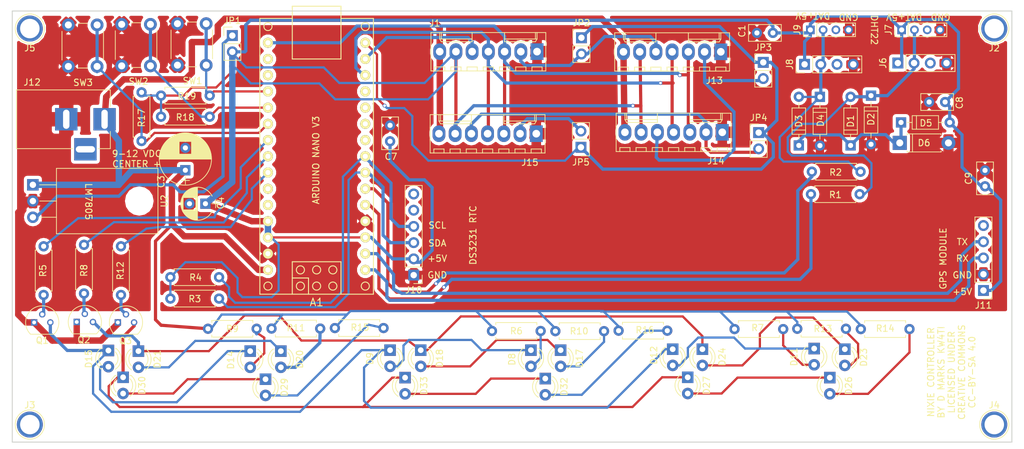
<source format=kicad_pcb>
(kicad_pcb (version 4) (host pcbnew 4.0.7)
  (layers (0 F.Cu signal) (31 B.Cu signal) (34 B.Paste user) (35 F.Paste user) (36 B.SilkS user) (37 F.SilkS user) (38 B.Mask user) (39 F.Mask user) (44 Edge.Cuts user))
  (net 0 "")
  (net 1 +5V)
  (net 2 GND)
  (net 3 SERCLK)
  (net 4 SERLATCH)
  (net 5 SERDATA)
  (net 6 SERDATAOUT)
  (net 7 +12V)
  (net 8 "Net-(JP1-Pad1)")
  (net 9 "Net-(D1-Pad1)")
  (net 10 SENSORDATA1)
  (net 11 SENSORDATA2)
  (net 12 SDA)
  (net 13 SCL)
  (net 14 ARDUINORX)
  (net 15 ARDUINOTX)
  (net 16 "Net-(A1-Pad5)")
  (net 17 "Net-(A1-Pad6)")
  (net 18 "Net-(J1-Pad2)")
  (net 19 "Net-(J13-Pad2)")
  (net 20 "Net-(J14-Pad2)")
  (net 21 "Net-(J15-Pad2)")
  (net 22 LED3)
  (net 23 LED2)
  (net 24 LED1)
  (net 25 "Net-(D8-Pad1)")
  (net 26 "Net-(D12-Pad1)")
  (net 27 "Net-(D11-Pad1)")
  (net 28 "Net-(D14-Pad1)")
  (net 29 "Net-(D17-Pad1)")
  (net 30 "Net-(D18-Pad1)")
  (net 31 "Net-(D20-Pad1)")
  (net 32 "Net-(D23-Pad1)")
  (net 33 "Net-(D26-Pad1)")
  (net 34 "Net-(D27-Pad1)")
  (net 35 "Net-(D29-Pad1)")
  (net 36 "Net-(D32-Pad1)")
  (net 37 "Net-(Q1-Pad2)")
  (net 38 "Net-(Q2-Pad2)")
  (net 39 "Net-(Q3-Pad2)")
  (net 40 "Net-(D8-Pad2)")
  (net 41 "Net-(D11-Pad2)")
  (net 42 "Net-(D14-Pad2)")
  (net 43 "Net-(D17-Pad2)")
  (net 44 "Net-(D20-Pad2)")
  (net 45 "Net-(D23-Pad2)")
  (net 46 "Net-(D26-Pad2)")
  (net 47 "Net-(D29-Pad2)")
  (net 48 "Net-(D32-Pad2)")
  (net 49 BUTTON3)
  (net 50 BUTTON2)
  (net 51 BUTTON1)
  (module Capacitors_THT:CP_Radial_D8.0mm_P3.50mm (layer F.Cu) (at 139.35 73.778 90)
    (fp_text reference C3 (at -1.8 -3.8 90) (layer F.SilkS))
    (fp_text value CP)
    (pad 1 thru_hole rect (at 0 0 90) (size 1.6 1.6) (drill 0.8) (layers *.Cu *.Mask) (net 7 +12V))
    (pad 2 thru_hole circle (at 3.5 0 90) (size 1.6 1.6) (drill 0.8) (layers *.Cu *.Mask) (net 2 GND))
  )
  (module Capacitors_THT:CP_Radial_D5.0mm_P2.50mm (layer F.Cu) (at 142.49 79.02 180)
    (fp_text reference C4 (at -2.4 0.1 270) (layer F.SilkS))
    (fp_text value CP)
    (pad 1 thru_hole rect (at 0 0 180) (size 1.6 1.6) (drill 0.8) (layers *.Cu *.Mask) (net 1 +5V))
    (pad 2 thru_hole circle (at 2.5 0 180) (size 1.6 1.6) (drill 0.8) (layers *.Cu *.Mask) (net 2 GND))
  )
  (module Connectors_Molex:Molex_KK-6410-07_07x2.54mm_Straight (layer F.Cu) (at 194.41 55.21 180)
    (fp_text reference J1 (at 16.008 4.43 180) (layer F.SilkS))
    (fp_text value Conn_01x07)
    (pad 1 thru_hole rect (at 0 0 180) (size 2 2.6) (drill 1.2) (layers *.Cu *.Mask) (net 2 GND))
    (pad 2 thru_hole oval (at 2.54 0 180) (size 2 2.6) (drill 1.2) (layers *.Cu *.Mask) (net 18 "Net-(J1-Pad2)"))
    (pad 3 thru_hole oval (at 5.08 0 180) (size 2 2.6) (drill 1.2) (layers *.Cu *.Mask) (net 3 SERCLK))
    (pad 4 thru_hole oval (at 7.62 0 180) (size 2 2.6) (drill 1.2) (layers *.Cu *.Mask) (net 4 SERLATCH))
    (pad 5 thru_hole oval (at 10.16 0 180) (size 2 2.6) (drill 1.2) (layers *.Cu *.Mask) (net 5 SERDATA))
    (pad 6 thru_hole oval (at 12.7 0 180) (size 2 2.6) (drill 1.2) (layers *.Cu *.Mask) (net 1 +5V))
    (pad 7 thru_hole oval (at 15.24 0 180) (size 2 2.6) (drill 1.2) (layers *.Cu *.Mask) (net 7 +12V))
  )
  (module Connectors:1pin (layer F.Cu) (at 266 51.6 180)
    (fp_text reference J2 (at 0 -3.048 180) (layer F.SilkS))
    (fp_text value Conn_01x01)
    (pad 1 thru_hole circle (at 0 0 180) (size 4.064 4.064) (drill 3.048) (layers *.Cu *.Mask))
  )
  (module Connectors:1pin (layer F.Cu) (at 115 113.6)
    (fp_text reference J3 (at 0 -3.048) (layer F.SilkS))
    (fp_text value Conn_01x01)
    (pad 1 thru_hole circle (at 0 0) (size 4.064 4.064) (drill 3.048) (layers *.Cu *.Mask))
  )
  (module Connectors:1pin (layer F.Cu) (at 266 113.6)
    (fp_text reference J4 (at 0 -3.048) (layer F.SilkS))
    (fp_text value Conn_01x01)
    (pad 1 thru_hole circle (at 0 0) (size 4.064 4.064) (drill 3.048) (layers *.Cu *.Mask))
  )
  (module Connectors:1pin (layer F.Cu) (at 115 51.6 180)
    (fp_text reference J5 (at 0 -3.048 180) (layer F.SilkS))
    (fp_text value Conn_01x01)
    (pad 1 thru_hole circle (at 0 0 180) (size 4.064 4.064) (drill 3.048) (layers *.Cu *.Mask))
  )
  (module Capacitors_THT:C_Disc_D5.0mm_W2.5mm_P2.50mm (layer F.Cu) (at 171.4 69.25 90)
    (fp_text reference C7 (at -2.4 0.14 180) (layer F.SilkS))
    (fp_text value "100 nF")
    (pad 1 thru_hole circle (at 0 0 90) (size 1.6 1.6) (drill 0.8) (layers *.Cu *.Mask) (net 1 +5V))
    (pad 2 thru_hole circle (at 2.5 0 90) (size 1.6 1.6) (drill 0.8) (layers *.Cu *.Mask) (net 2 GND))
  )
  (module Capacitors_THT:C_Disc_D5.0mm_W2.5mm_P2.50mm (layer F.Cu) (at 258.3 63.1 180)
    (fp_text reference C8 (at -2.25 -0.12 270) (layer F.SilkS))
    (fp_text value "100 nF")
    (pad 1 thru_hole circle (at 0 0 180) (size 1.6 1.6) (drill 0.8) (layers *.Cu *.Mask) (net 1 +5V))
    (pad 2 thru_hole circle (at 2.5 0 180) (size 1.6 1.6) (drill 0.8) (layers *.Cu *.Mask) (net 2 GND))
  )
  (module Capacitors_THT:C_Disc_D5.0mm_W2.5mm_P2.50mm (layer F.Cu) (at 264.55 76.3 90)
    (fp_text reference C9 (at 1.25 -2.56 90) (layer F.SilkS))
    (fp_text value "100 nF")
    (pad 1 thru_hole circle (at 0 0 90) (size 1.6 1.6) (drill 0.8) (layers *.Cu *.Mask) (net 1 +5V))
    (pad 2 thru_hole circle (at 2.5 0 90) (size 1.6 1.6) (drill 0.8) (layers *.Cu *.Mask) (net 2 GND))
  )
  (module Diodes_THT:D_DO-35_SOD27_P7.62mm_Horizontal (layer F.Cu) (at 243.5 69.9 90)
    (fp_text reference D1 (at 3.8 0 90) (layer F.SilkS))
    (fp_text value 1N4148)
    (pad 1 thru_hole rect (at 0 0 90) (size 1.6 1.6) (drill 0.8) (layers *.Cu *.Mask) (net 9 "Net-(D1-Pad1)"))
    (pad 2 thru_hole oval (at 7.62 0 90) (size 1.6 1.6) (drill 0.8) (layers *.Cu *.Mask) (net 10 SENSORDATA1))
  )
  (module Diodes_THT:D_DO-35_SOD27_P7.62mm_Horizontal (layer F.Cu) (at 246.7 62.1 270)
    (fp_text reference D2 (at 3.7 0 270) (layer F.SilkS))
    (fp_text value 1N4148)
    (pad 1 thru_hole rect (at 0 0 270) (size 1.6 1.6) (drill 0.8) (layers *.Cu *.Mask) (net 10 SENSORDATA1))
    (pad 2 thru_hole oval (at 7.62 0 270) (size 1.6 1.6) (drill 0.8) (layers *.Cu *.Mask) (net 2 GND))
  )
  (module Diodes_THT:D_DO-35_SOD27_P7.62mm_Horizontal (layer F.Cu) (at 235.4 69.9 90)
    (fp_text reference D3 (at 3.8 0 90) (layer F.SilkS))
    (fp_text value 1N4148)
    (pad 1 thru_hole rect (at 0 0 90) (size 1.6 1.6) (drill 0.8) (layers *.Cu *.Mask) (net 9 "Net-(D1-Pad1)"))
    (pad 2 thru_hole oval (at 7.62 0 90) (size 1.6 1.6) (drill 0.8) (layers *.Cu *.Mask) (net 11 SENSORDATA2))
  )
  (module Diodes_THT:D_DO-35_SOD27_P7.62mm_Horizontal (layer F.Cu) (at 238.7 62.3 270)
    (fp_text reference D4 (at 3.7 -0.1 270) (layer F.SilkS))
    (fp_text value 1N4148)
    (pad 1 thru_hole rect (at 0 0 270) (size 1.6 1.6) (drill 0.8) (layers *.Cu *.Mask) (net 11 SENSORDATA2))
    (pad 2 thru_hole oval (at 7.62 0 270) (size 1.6 1.6) (drill 0.8) (layers *.Cu *.Mask) (net 2 GND))
  )
  (module Diodes_THT:D_DO-35_SOD27_P7.62mm_Horizontal (layer F.Cu) (at 251.4 66.3)
    (fp_text reference D5 (at 3.9 0.1) (layer F.SilkS))
    (fp_text value 1N4148)
    (pad 1 thru_hole rect (at 0 0) (size 1.6 1.6) (drill 0.8) (layers *.Cu *.Mask) (net 9 "Net-(D1-Pad1)"))
    (pad 2 thru_hole oval (at 7.62 0) (size 1.6 1.6) (drill 0.8) (layers *.Cu *.Mask) (net 1 +5V))
  )
  (module Pin_Headers:Pin_Header_Straight_1x04_Pitch2.54mm (layer F.Cu) (at 250.9 57 90)
    (fp_text reference J6 (at 0 -2.33 90) (layer F.SilkS))
    (fp_text value Conn_01x04)
    (pad 1 thru_hole rect (at 0 0 90) (size 1.7 1.7) (drill 1) (layers *.Cu *.Mask) (net 1 +5V))
    (pad 2 thru_hole oval (at 0 2.54 90) (size 1.7 1.7) (drill 1) (layers *.Cu *.Mask) (net 10 SENSORDATA1))
    (pad 3 thru_hole oval (at 0 5.08 90) (size 1.7 1.7) (drill 1) (layers *.Cu *.Mask))
    (pad 4 thru_hole oval (at 0 7.62 90) (size 1.7 1.7) (drill 1) (layers *.Cu *.Mask) (net 2 GND))
  )
  (module Pin_Headers:Pin_Header_Straight_1x04_Pitch2.00mm (layer F.Cu) (at 251.5 51.8 90)
    (fp_text reference J7 (at 0 -2.06 90) (layer F.SilkS))
    (fp_text value Conn_01x04)
    (pad 1 thru_hole rect (at 0 0 90) (size 1.35 1.35) (drill 0.8) (layers *.Cu *.Mask) (net 1 +5V))
    (pad 2 thru_hole oval (at 0 2 90) (size 1.35 1.35) (drill 0.8) (layers *.Cu *.Mask) (net 10 SENSORDATA1))
    (pad 3 thru_hole oval (at 0 4 90) (size 1.35 1.35) (drill 0.8) (layers *.Cu *.Mask))
    (pad 4 thru_hole oval (at 0 6 90) (size 1.35 1.35) (drill 0.8) (layers *.Cu *.Mask) (net 2 GND))
  )
  (module Pin_Headers:Pin_Header_Straight_1x04_Pitch2.54mm (layer F.Cu) (at 236.3 57.2 90)
    (fp_text reference J8 (at 0 -2.33 90) (layer F.SilkS))
    (fp_text value Conn_01x04)
    (pad 1 thru_hole rect (at 0 0 90) (size 1.7 1.7) (drill 1) (layers *.Cu *.Mask) (net 1 +5V))
    (pad 2 thru_hole oval (at 0 2.54 90) (size 1.7 1.7) (drill 1) (layers *.Cu *.Mask) (net 11 SENSORDATA2))
    (pad 3 thru_hole oval (at 0 5.08 90) (size 1.7 1.7) (drill 1) (layers *.Cu *.Mask))
    (pad 4 thru_hole oval (at 0 7.62 90) (size 1.7 1.7) (drill 1) (layers *.Cu *.Mask) (net 2 GND))
  )
  (module Pin_Headers:Pin_Header_Straight_1x04_Pitch2.00mm (layer F.Cu) (at 237.2 51.8 90)
    (fp_text reference J9 (at 0 -2.06 90) (layer F.SilkS))
    (fp_text value Conn_01x04)
    (pad 1 thru_hole rect (at 0 0 90) (size 1.35 1.35) (drill 0.8) (layers *.Cu *.Mask) (net 1 +5V))
    (pad 2 thru_hole oval (at 0 2 90) (size 1.35 1.35) (drill 0.8) (layers *.Cu *.Mask) (net 11 SENSORDATA2))
    (pad 3 thru_hole oval (at 0 4 90) (size 1.35 1.35) (drill 0.8) (layers *.Cu *.Mask))
    (pad 4 thru_hole oval (at 0 6 90) (size 1.35 1.35) (drill 0.8) (layers *.Cu *.Mask) (net 2 GND))
  )
  (module Pin_Headers:Pin_Header_Straight_1x06_Pitch2.54mm (layer F.Cu) (at 175.1 90.2 180)
    (fp_text reference J10 (at 0 -2.33 180) (layer F.SilkS))
    (fp_text value Conn_01x06)
    (pad 1 thru_hole rect (at 0 0 180) (size 1.7 1.7) (drill 1) (layers *.Cu *.Mask) (net 2 GND))
    (pad 2 thru_hole oval (at 0 2.54 180) (size 1.7 1.7) (drill 1) (layers *.Cu *.Mask) (net 1 +5V))
    (pad 3 thru_hole oval (at 0 5.08 180) (size 1.7 1.7) (drill 1) (layers *.Cu *.Mask) (net 12 SDA))
    (pad 4 thru_hole oval (at 0 7.62 180) (size 1.7 1.7) (drill 1) (layers *.Cu *.Mask) (net 13 SCL))
    (pad 5 thru_hole oval (at 0 10.16 180) (size 1.7 1.7) (drill 1) (layers *.Cu *.Mask))
    (pad 6 thru_hole oval (at 0 12.7 180) (size 1.7 1.7) (drill 1) (layers *.Cu *.Mask))
  )
  (module Pin_Headers:Pin_Header_Straight_1x05_Pitch2.54mm (layer F.Cu) (at 264.3 92.6 180)
    (fp_text reference J11 (at 0 -2.33 180) (layer F.SilkS))
    (fp_text value Conn_01x05)
    (pad 1 thru_hole rect (at 0 0 180) (size 1.7 1.7) (drill 1) (layers *.Cu *.Mask) (net 1 +5V))
    (pad 2 thru_hole oval (at 0 2.54 180) (size 1.7 1.7) (drill 1) (layers *.Cu *.Mask) (net 2 GND))
    (pad 3 thru_hole oval (at 0 5.08 180) (size 1.7 1.7) (drill 1) (layers *.Cu *.Mask) (net 14 ARDUINORX))
    (pad 4 thru_hole oval (at 0 7.62 180) (size 1.7 1.7) (drill 1) (layers *.Cu *.Mask) (net 15 ARDUINOTX))
    (pad 5 thru_hole oval (at 0 10.16 180) (size 1.7 1.7) (drill 1) (layers *.Cu *.Mask))
  )
  (module Pin_Headers:Pin_Header_Straight_1x02_Pitch2.54mm (layer F.Cu) (at 146.7 52.7)
    (fp_text reference JP1 (at 0 -2.33) (layer F.SilkS))
    (fp_text value Jumper_NC_Small)
    (pad 1 thru_hole rect (at 0 0) (size 1.7 1.7) (drill 1) (layers *.Cu *.Mask) (net 8 "Net-(JP1-Pad1)"))
    (pad 2 thru_hole oval (at 0 2.54) (size 1.7 1.7) (drill 1) (layers *.Cu *.Mask) (net 1 +5V))
  )
  (module Resistors_THT:R_Axial_DIN0207_L6.3mm_D2.5mm_P7.62mm_Horizontal (layer F.Cu) (at 244.92 77.53 180)
    (fp_text reference R1 (at 3.8 -0.1 180) (layer F.SilkS))
    (fp_text value 100R)
    (pad 1 thru_hole circle (at 0 0 180) (size 1.6 1.6) (drill 0.8) (layers *.Cu *.Mask) (net 10 SENSORDATA1))
    (pad 2 thru_hole oval (at 7.62 0 180) (size 1.6 1.6) (drill 0.8) (layers *.Cu *.Mask) (net 16 "Net-(A1-Pad5)"))
  )
  (module Resistors_THT:R_Axial_DIN0207_L6.3mm_D2.5mm_P7.62mm_Horizontal (layer F.Cu) (at 245.06 74.01 180)
    (fp_text reference R2 (at 3.9 -0.1 180) (layer F.SilkS))
    (fp_text value 100R)
    (pad 1 thru_hole circle (at 0 0 180) (size 1.6 1.6) (drill 0.8) (layers *.Cu *.Mask) (net 11 SENSORDATA2))
    (pad 2 thru_hole oval (at 7.62 0 180) (size 1.6 1.6) (drill 0.8) (layers *.Cu *.Mask) (net 17 "Net-(A1-Pad6)"))
  )
  (module NixieController:arduino_nano (layer F.Cu) (at 159.9 71.6 90)
    (fp_text reference A1 (at -22.86 0 180) (layer F.SilkS) (effects (font (size 1.2 1.2))))
    (fp_text value Arduino_Nano)
    (pad 30 thru_hole circle (at -17.78 -7.62 90) (size 1.5748 1.5748) (drill 0.8) (layers *.Cu *.Mask F.SilkS) (net 7 +12V))
    (pad 1 thru_hole circle (at -17.78 7.62 90) (size 1.5748 1.5748) (drill 0.8) (layers *.Cu *.Mask F.SilkS) (net 14 ARDUINORX))
    (pad 29 thru_hole circle (at -15.24 -7.62 90) (size 1.5748 1.5748) (drill 0.8) (layers *.Cu *.Mask F.SilkS) (net 2 GND))
    (pad 2 thru_hole circle (at -15.24 7.62 90) (size 1.5748 1.5748) (drill 0.8) (layers *.Cu *.Mask F.SilkS) (net 15 ARDUINOTX))
    (pad 28 thru_hole circle (at -12.7 -7.62 90) (size 1.5748 1.5748) (drill 0.8) (layers *.Cu *.Mask F.SilkS) (net 1 +5V))
    (pad 3 thru_hole circle (at -12.7 7.62 90) (size 1.5748 1.5748) (drill 0.8) (layers *.Cu *.Mask F.SilkS) (net 1 +5V))
    (pad 27 thru_hole circle (at -10.16 -7.62 90) (size 1.5748 1.5748) (drill 0.8) (layers *.Cu *.Mask F.SilkS) (net 1 +5V))
    (pad 4 thru_hole circle (at -10.16 7.62 90) (size 1.5748 1.5748) (drill 0.8) (layers *.Cu *.Mask F.SilkS) (net 2 GND))
    (pad 26 thru_hole circle (at -7.62 -7.62 90) (size 1.5748 1.5748) (drill 0.8) (layers *.Cu *.Mask F.SilkS))
    (pad 5 thru_hole circle (at -7.62 7.62 90) (size 1.5748 1.5748) (drill 0.8) (layers *.Cu *.Mask F.SilkS) (net 16 "Net-(A1-Pad5)"))
    (pad 25 thru_hole circle (at -5.08 -7.62 90) (size 1.5748 1.5748) (drill 0.8) (layers *.Cu *.Mask F.SilkS))
    (pad 6 thru_hole circle (at -5.08 7.62 90) (size 1.5748 1.5748) (drill 0.8) (layers *.Cu *.Mask F.SilkS) (net 17 "Net-(A1-Pad6)"))
    (pad 24 thru_hole circle (at -2.54 -7.62 90) (size 1.5748 1.5748) (drill 0.8) (layers *.Cu *.Mask F.SilkS) (net 22 LED3))
    (pad 7 thru_hole circle (at -2.54 7.62 90) (size 1.5748 1.5748) (drill 0.8) (layers *.Cu *.Mask F.SilkS) (net 12 SDA))
    (pad 23 thru_hole circle (at 0 -7.62 90) (size 1.5748 1.5748) (drill 0.8) (layers *.Cu *.Mask F.SilkS) (net 23 LED2))
    (pad 8 thru_hole circle (at 0 7.62 90) (size 1.5748 1.5748) (drill 0.8) (layers *.Cu *.Mask F.SilkS) (net 13 SCL))
    (pad 22 thru_hole circle (at 2.54 -7.62 90) (size 1.5748 1.5748) (drill 0.8) (layers *.Cu *.Mask F.SilkS) (net 24 LED1))
    (pad 9 thru_hole circle (at 2.54 7.62 90) (size 1.5748 1.5748) (drill 0.8) (layers *.Cu *.Mask F.SilkS))
    (pad 21 thru_hole circle (at 5.08 -7.62 90) (size 1.5748 1.5748) (drill 0.8) (layers *.Cu *.Mask F.SilkS) (net 49 BUTTON3))
    (pad 10 thru_hole circle (at 5.08 7.62 90) (size 1.5748 1.5748) (drill 0.8) (layers *.Cu *.Mask F.SilkS))
    (pad 20 thru_hole circle (at 7.62 -7.62 90) (size 1.5748 1.5748) (drill 0.8) (layers *.Cu *.Mask F.SilkS) (net 50 BUTTON2))
    (pad 11 thru_hole circle (at 7.62 7.62 90) (size 1.5748 1.5748) (drill 0.8) (layers *.Cu *.Mask F.SilkS))
    (pad 19 thru_hole circle (at 10.16 -7.62 90) (size 1.5748 1.5748) (drill 0.8) (layers *.Cu *.Mask F.SilkS) (net 51 BUTTON1))
    (pad 12 thru_hole circle (at 10.16 7.62 90) (size 1.5748 1.5748) (drill 0.8) (layers *.Cu *.Mask F.SilkS))
    (pad 18 thru_hole circle (at 12.7 -7.62 90) (size 1.5748 1.5748) (drill 0.8) (layers *.Cu *.Mask F.SilkS))
    (pad 13 thru_hole circle (at 12.7 7.62 90) (size 1.5748 1.5748) (drill 0.8) (layers *.Cu *.Mask F.SilkS) (net 4 SERLATCH))
    (pad 17 thru_hole circle (at 15.24 -7.62 90) (size 1.5748 1.5748) (drill 0.8) (layers *.Cu *.Mask F.SilkS))
    (pad 14 thru_hole circle (at 15.24 7.62 90) (size 1.5748 1.5748) (drill 0.8) (layers *.Cu *.Mask F.SilkS) (net 5 SERDATA))
    (pad 16 thru_hole circle (at 17.78 -7.62 90) (size 1.5748 1.5748) (drill 0.8) (layers *.Cu *.Mask F.SilkS) (net 3 SERCLK))
    (pad 15 thru_hole circle (at 17.78 7.62 90) (size 1.5748 1.5748) (drill 0.8) (layers *.Cu *.Mask F.SilkS) (net 6 SERDATAOUT))
  )
  (module Diodes_THT:D_DO-41_SOD81_P7.62mm_Horizontal (layer F.Cu) (at 251.2 69.5)
    (fp_text reference D6 (at 3.8 0) (layer F.SilkS))
    (fp_text value 1N4733A)
    (pad 1 thru_hole rect (at 0 0) (size 2.2 2.2) (drill 1.1) (layers *.Cu *.Mask) (net 9 "Net-(D1-Pad1)"))
    (pad 2 thru_hole oval (at 7.62 0) (size 2.2 2.2) (drill 1.1) (layers *.Cu *.Mask) (net 2 GND))
  )
  (module Connectors:BARREL_JACK (layer F.Cu) (at 126.7 65.8)
    (fp_text reference J12 (at -11.35 -5.79 180) (layer F.SilkS))
    (fp_text value Barrel_Jack)
    (pad 1 thru_hole rect (at 0 0) (size 3.5 3.5) (drill oval 1 3) (layers *.Cu *.Mask) (net 7 +12V))
    (pad 2 thru_hole rect (at -6 0) (size 3.5 3.5) (drill oval 1 3) (layers *.Cu *.Mask) (net 2 GND))
    (pad 3 thru_hole rect (at -3 4.7) (size 3.5 3.5) (drill oval 3 1) (layers *.Cu *.Mask))
  )
  (module TO_SOT_Packages_THT:TO-220-3_Horizontal (layer F.Cu) (at 115.474 76.064 270)
    (fp_text reference U2 (at 2.54 -20.58 270) (layer F.SilkS))
    (fp_text value L7805)
    (pad 0 np_thru_hole oval (at 2.54 -16.66 270) (size 3.5 3.5) (drill 3.5) (layers *.Cu *.Mask))
    (pad 1 thru_hole rect (at 0 0 270) (size 1.8 1.8) (drill 1) (layers *.Cu *.Mask) (net 7 +12V))
    (pad 2 thru_hole oval (at 2.54 0 270) (size 1.8 1.8) (drill 1) (layers *.Cu *.Mask) (net 2 GND))
    (pad 3 thru_hole oval (at 5.08 0 270) (size 1.8 1.8) (drill 1) (layers *.Cu *.Mask) (net 8 "Net-(JP1-Pad1)"))
  )
  (module Connectors_Molex:Molex_KK-6410-07_07x2.54mm_Straight (layer F.Cu) (at 223.18 55.24 180)
    (fp_text reference J13 (at 1 -4.5 180) (layer F.SilkS))
    (fp_text value Conn_01x07)
    (pad 1 thru_hole rect (at 0 0 180) (size 2 2.6) (drill 1.2) (layers *.Cu *.Mask) (net 2 GND))
    (pad 2 thru_hole oval (at 2.54 0 180) (size 2 2.6) (drill 1.2) (layers *.Cu *.Mask) (net 19 "Net-(J13-Pad2)"))
    (pad 3 thru_hole oval (at 5.08 0 180) (size 2 2.6) (drill 1.2) (layers *.Cu *.Mask) (net 3 SERCLK))
    (pad 4 thru_hole oval (at 7.62 0 180) (size 2 2.6) (drill 1.2) (layers *.Cu *.Mask) (net 4 SERLATCH))
    (pad 5 thru_hole oval (at 10.16 0 180) (size 2 2.6) (drill 1.2) (layers *.Cu *.Mask) (net 18 "Net-(J1-Pad2)"))
    (pad 6 thru_hole oval (at 12.7 0 180) (size 2 2.6) (drill 1.2) (layers *.Cu *.Mask) (net 1 +5V))
    (pad 7 thru_hole oval (at 15.24 0 180) (size 2 2.6) (drill 1.2) (layers *.Cu *.Mask) (net 7 +12V))
  )
  (module Connectors_Molex:Molex_KK-6410-07_07x2.54mm_Straight (layer F.Cu) (at 223.41 67.84 180)
    (fp_text reference J14 (at 1 -4.5 180) (layer F.SilkS))
    (fp_text value Conn_01x07)
    (pad 1 thru_hole rect (at 0 0 180) (size 2 2.6) (drill 1.2) (layers *.Cu *.Mask) (net 2 GND))
    (pad 2 thru_hole oval (at 2.54 0 180) (size 2 2.6) (drill 1.2) (layers *.Cu *.Mask) (net 20 "Net-(J14-Pad2)"))
    (pad 3 thru_hole oval (at 5.08 0 180) (size 2 2.6) (drill 1.2) (layers *.Cu *.Mask) (net 3 SERCLK))
    (pad 4 thru_hole oval (at 7.62 0 180) (size 2 2.6) (drill 1.2) (layers *.Cu *.Mask) (net 4 SERLATCH))
    (pad 5 thru_hole oval (at 10.16 0 180) (size 2 2.6) (drill 1.2) (layers *.Cu *.Mask) (net 19 "Net-(J13-Pad2)"))
    (pad 6 thru_hole oval (at 12.7 0 180) (size 2 2.6) (drill 1.2) (layers *.Cu *.Mask) (net 1 +5V))
    (pad 7 thru_hole oval (at 15.24 0 180) (size 2 2.6) (drill 1.2) (layers *.Cu *.Mask) (net 7 +12V))
  )
  (module Connectors_Molex:Molex_KK-6410-07_07x2.54mm_Straight (layer F.Cu) (at 194.29 68.06 180)
    (fp_text reference J15 (at 1 -4.5 180) (layer F.SilkS))
    (fp_text value Conn_01x07)
    (pad 1 thru_hole rect (at 0 0 180) (size 2 2.6) (drill 1.2) (layers *.Cu *.Mask) (net 2 GND))
    (pad 2 thru_hole oval (at 2.54 0 180) (size 2 2.6) (drill 1.2) (layers *.Cu *.Mask) (net 21 "Net-(J15-Pad2)"))
    (pad 3 thru_hole oval (at 5.08 0 180) (size 2 2.6) (drill 1.2) (layers *.Cu *.Mask) (net 3 SERCLK))
    (pad 4 thru_hole oval (at 7.62 0 180) (size 2 2.6) (drill 1.2) (layers *.Cu *.Mask) (net 4 SERLATCH))
    (pad 5 thru_hole oval (at 10.16 0 180) (size 2 2.6) (drill 1.2) (layers *.Cu *.Mask) (net 20 "Net-(J14-Pad2)"))
    (pad 6 thru_hole oval (at 12.7 0 180) (size 2 2.6) (drill 1.2) (layers *.Cu *.Mask) (net 1 +5V))
    (pad 7 thru_hole oval (at 15.24 0 180) (size 2 2.6) (drill 1.2) (layers *.Cu *.Mask) (net 7 +12V))
  )
  (module Pin_Headers:Pin_Header_Straight_1x02_Pitch2.54mm (layer F.Cu) (at 201.36 53.04)
    (fp_text reference JP2 (at 0 -2.33) (layer F.SilkS))
    (fp_text value Jumper_NC_Small)
    (pad 1 thru_hole rect (at 0 0) (size 1.7 1.7) (drill 1) (layers *.Cu *.Mask) (net 6 SERDATAOUT))
    (pad 2 thru_hole oval (at 0 2.54) (size 1.7 1.7) (drill 1) (layers *.Cu *.Mask) (net 18 "Net-(J1-Pad2)"))
  )
  (module Pin_Headers:Pin_Header_Straight_1x02_Pitch2.54mm (layer F.Cu) (at 229.83 56.89)
    (fp_text reference JP3 (at 0 -2.33) (layer F.SilkS))
    (fp_text value Jumper_NC_Small)
    (pad 1 thru_hole rect (at 0 0) (size 1.7 1.7) (drill 1) (layers *.Cu *.Mask) (net 6 SERDATAOUT))
    (pad 2 thru_hole oval (at 0 2.54) (size 1.7 1.7) (drill 1) (layers *.Cu *.Mask) (net 19 "Net-(J13-Pad2)"))
  )
  (module Pin_Headers:Pin_Header_Straight_1x02_Pitch2.54mm (layer F.Cu) (at 229.11 67.89)
    (fp_text reference JP4 (at 0 -2.33) (layer F.SilkS))
    (fp_text value Jumper_NC_Small)
    (pad 1 thru_hole rect (at 0 0) (size 1.7 1.7) (drill 1) (layers *.Cu *.Mask) (net 6 SERDATAOUT))
    (pad 2 thru_hole oval (at 0 2.54) (size 1.7 1.7) (drill 1) (layers *.Cu *.Mask) (net 20 "Net-(J14-Pad2)"))
  )
  (module Pin_Headers:Pin_Header_Straight_1x02_Pitch2.54mm (layer F.Cu) (at 201.28 70.19 180)
    (fp_text reference JP5 (at 0 -2.33 180) (layer F.SilkS))
    (fp_text value Jumper_NC_Small)
    (pad 1 thru_hole rect (at 0 0 180) (size 1.7 1.7) (drill 1) (layers *.Cu *.Mask) (net 6 SERDATAOUT))
    (pad 2 thru_hole oval (at 0 2.54 180) (size 1.7 1.7) (drill 1) (layers *.Cu *.Mask) (net 21 "Net-(J15-Pad2)"))
  )
  (module Capacitors_THT:C_Disc_D5.0mm_W2.5mm_P2.50mm (layer F.Cu) (at 231.34 52.28 180)
    (fp_text reference C1 (at 4.84 0.28 270) (layer F.SilkS))
    (fp_text value "100 nF")
    (pad 1 thru_hole circle (at 0 0 180) (size 1.6 1.6) (drill 0.8) (layers *.Cu *.Mask) (net 1 +5V))
    (pad 2 thru_hole circle (at 2.5 0 180) (size 1.6 1.6) (drill 0.8) (layers *.Cu *.Mask) (net 2 GND))
  )
  (module Resistors_THT:R_Axial_DIN0207_L6.3mm_D2.5mm_P7.62mm_Horizontal (layer F.Cu) (at 144.625 93.875 180)
    (fp_text reference R3 (at 3.8 -0.05 180) (layer F.SilkS))
    (fp_text value 10k)
    (pad 1 thru_hole circle (at 0 0 180) (size 1.6 1.6) (drill 0.8) (layers *.Cu *.Mask) (net 12 SDA))
    (pad 2 thru_hole oval (at 7.62 0 180) (size 1.6 1.6) (drill 0.8) (layers *.Cu *.Mask) (net 1 +5V))
  )
  (module Resistors_THT:R_Axial_DIN0207_L6.3mm_D2.5mm_P7.62mm_Horizontal (layer F.Cu) (at 144.625 90.525 180)
    (fp_text reference R4 (at 3.675 -0.05 180) (layer F.SilkS))
    (fp_text value 10k)
    (pad 1 thru_hole circle (at 0 0 180) (size 1.6 1.6) (drill 0.8) (layers *.Cu *.Mask) (net 13 SCL))
    (pad 2 thru_hole oval (at 7.62 0 180) (size 1.6 1.6) (drill 0.8) (layers *.Cu *.Mask) (net 1 +5V))
  )
  (module LEDs:LED_D3.0mm (layer F.Cu) (at 193.45 101.95 270)
    (fp_text reference D8 (at 1.43 2.96 270) (layer F.SilkS))
    (fp_text value LED)
    (pad 1 thru_hole rect (at 0 0 270) (size 1.8 1.8) (drill 0.9) (layers *.Cu *.Mask) (net 25 "Net-(D8-Pad1)"))
    (pad 2 thru_hole circle (at 2.54 0 270) (size 1.8 1.8) (drill 0.9) (layers *.Cu *.Mask) (net 40 "Net-(D8-Pad2)"))
  )
  (module LEDs:LED_D3.0mm (layer F.Cu) (at 171.4 101.95 270)
    (fp_text reference D9 (at 1.32 3.15 270) (layer F.SilkS))
    (fp_text value LED)
    (pad 1 thru_hole rect (at 0 0 270) (size 1.8 1.8) (drill 0.9) (layers *.Cu *.Mask) (net 26 "Net-(D12-Pad1)"))
    (pad 2 thru_hole circle (at 2.54 0 270) (size 1.8 1.8) (drill 0.9) (layers *.Cu *.Mask) (net 25 "Net-(D8-Pad1)"))
  )
  (module LEDs:LED_D3.0mm (layer F.Cu) (at 237.8 101.7 270)
    (fp_text reference D11 (at 1.3 3.15 270) (layer F.SilkS))
    (fp_text value LED)
    (pad 1 thru_hole rect (at 0 0 270) (size 1.8 1.8) (drill 0.9) (layers *.Cu *.Mask) (net 27 "Net-(D11-Pad1)"))
    (pad 2 thru_hole circle (at 2.54 0 270) (size 1.8 1.8) (drill 0.9) (layers *.Cu *.Mask) (net 41 "Net-(D11-Pad2)"))
  )
  (module LEDs:LED_D3.0mm (layer F.Cu) (at 215.65 101.8 270)
    (fp_text reference D12 (at 0.95 2.95 450) (layer F.SilkS))
    (fp_text value LED)
    (pad 1 thru_hole rect (at 0 0 270) (size 1.8 1.8) (drill 0.9) (layers *.Cu *.Mask) (net 26 "Net-(D12-Pad1)"))
    (pad 2 thru_hole circle (at 2.54 0 270) (size 1.8 1.8) (drill 0.9) (layers *.Cu *.Mask) (net 27 "Net-(D11-Pad1)"))
  )
  (module LEDs:LED_D3.0mm (layer F.Cu) (at 149.5 102.1 270)
    (fp_text reference D14 (at 1.39 3.04 270) (layer F.SilkS))
    (fp_text value LED)
    (pad 1 thru_hole rect (at 0 0 270) (size 1.8 1.8) (drill 0.9) (layers *.Cu *.Mask) (net 28 "Net-(D14-Pad1)"))
    (pad 2 thru_hole circle (at 2.54 0 270) (size 1.8 1.8) (drill 0.9) (layers *.Cu *.Mask) (net 42 "Net-(D14-Pad2)"))
  )
  (module LEDs:LED_D3.0mm (layer F.Cu) (at 127.3 102 270)
    (fp_text reference D15 (at 1.32 3.08 270) (layer F.SilkS))
    (fp_text value LED)
    (pad 1 thru_hole rect (at 0 0 270) (size 1.8 1.8) (drill 0.9) (layers *.Cu *.Mask) (net 26 "Net-(D12-Pad1)"))
    (pad 2 thru_hole circle (at 2.54 0 270) (size 1.8 1.8) (drill 0.9) (layers *.Cu *.Mask) (net 28 "Net-(D14-Pad1)"))
  )
  (module LEDs:LED_D3.0mm (layer F.Cu) (at 198.1 101.95 270)
    (fp_text reference D17 (at 1.27 -2.96 270) (layer F.SilkS))
    (fp_text value LED)
    (pad 1 thru_hole rect (at 0 0 270) (size 1.8 1.8) (drill 0.9) (layers *.Cu *.Mask) (net 29 "Net-(D17-Pad1)"))
    (pad 2 thru_hole circle (at 2.54 0 270) (size 1.8 1.8) (drill 0.9) (layers *.Cu *.Mask) (net 43 "Net-(D17-Pad2)"))
  )
  (module LEDs:LED_D3.0mm (layer F.Cu) (at 176.2 101.95 270)
    (fp_text reference D18 (at 1.27 -2.96 270) (layer F.SilkS))
    (fp_text value LED)
    (pad 1 thru_hole rect (at 0 0 270) (size 1.8 1.8) (drill 0.9) (layers *.Cu *.Mask) (net 30 "Net-(D18-Pad1)"))
    (pad 2 thru_hole circle (at 2.54 0 270) (size 1.8 1.8) (drill 0.9) (layers *.Cu *.Mask) (net 29 "Net-(D17-Pad1)"))
  )
  (module LEDs:LED_D3.0mm (layer F.Cu) (at 154.3 102.1 270)
    (fp_text reference D20 (at 1.27 -2.96 270) (layer F.SilkS))
    (fp_text value LED)
    (pad 1 thru_hole rect (at 0 0 270) (size 1.8 1.8) (drill 0.9) (layers *.Cu *.Mask) (net 31 "Net-(D20-Pad1)"))
    (pad 2 thru_hole circle (at 2.54 0 270) (size 1.8 1.8) (drill 0.9) (layers *.Cu *.Mask) (net 44 "Net-(D20-Pad2)"))
  )
  (module LEDs:LED_D3.0mm (layer F.Cu) (at 132 102.1 270)
    (fp_text reference D21 (at 1.27 -2.96 270) (layer F.SilkS))
    (fp_text value LED)
    (pad 1 thru_hole rect (at 0 0 270) (size 1.8 1.8) (drill 0.9) (layers *.Cu *.Mask) (net 30 "Net-(D18-Pad1)"))
    (pad 2 thru_hole circle (at 2.54 0 270) (size 1.8 1.8) (drill 0.9) (layers *.Cu *.Mask) (net 31 "Net-(D20-Pad1)"))
  )
  (module LEDs:LED_D3.0mm (layer F.Cu) (at 242.6 101.8 270)
    (fp_text reference D23 (at 1.27 -2.96 270) (layer F.SilkS))
    (fp_text value LED)
    (pad 1 thru_hole rect (at 0 0 270) (size 1.8 1.8) (drill 0.9) (layers *.Cu *.Mask) (net 32 "Net-(D23-Pad1)"))
    (pad 2 thru_hole circle (at 2.54 0 270) (size 1.8 1.8) (drill 0.9) (layers *.Cu *.Mask) (net 45 "Net-(D23-Pad2)"))
  )
  (module LEDs:LED_D3.0mm (layer F.Cu) (at 220.3 101.8 270)
    (fp_text reference D24 (at 1.2 -3.1 450) (layer F.SilkS))
    (fp_text value LED)
    (pad 1 thru_hole rect (at 0 0 270) (size 1.8 1.8) (drill 0.9) (layers *.Cu *.Mask) (net 30 "Net-(D18-Pad1)"))
    (pad 2 thru_hole circle (at 2.54 0 270) (size 1.8 1.8) (drill 0.9) (layers *.Cu *.Mask) (net 32 "Net-(D23-Pad1)"))
  )
  (module LEDs:LED_D3.0mm (layer F.Cu) (at 240.25 106.25 270)
    (fp_text reference D26 (at 1.27 -2.96 270) (layer F.SilkS))
    (fp_text value LED)
    (pad 1 thru_hole rect (at 0 0 270) (size 1.8 1.8) (drill 0.9) (layers *.Cu *.Mask) (net 33 "Net-(D26-Pad1)"))
    (pad 2 thru_hole circle (at 2.54 0 270) (size 1.8 1.8) (drill 0.9) (layers *.Cu *.Mask) (net 46 "Net-(D26-Pad2)"))
  )
  (module LEDs:LED_D3.0mm (layer F.Cu) (at 218 106.2 270)
    (fp_text reference D27 (at 1.27 -2.96 270) (layer F.SilkS))
    (fp_text value LED)
    (pad 1 thru_hole rect (at 0 0 270) (size 1.8 1.8) (drill 0.9) (layers *.Cu *.Mask) (net 34 "Net-(D27-Pad1)"))
    (pad 2 thru_hole circle (at 2.54 0 270) (size 1.8 1.8) (drill 0.9) (layers *.Cu *.Mask) (net 33 "Net-(D26-Pad1)"))
  )
  (module LEDs:LED_D3.0mm (layer F.Cu) (at 151.9 106.5 270)
    (fp_text reference D29 (at 1.27 -2.96 270) (layer F.SilkS))
    (fp_text value LED)
    (pad 1 thru_hole rect (at 0 0 270) (size 1.8 1.8) (drill 0.9) (layers *.Cu *.Mask) (net 35 "Net-(D29-Pad1)"))
    (pad 2 thru_hole circle (at 2.54 0 270) (size 1.8 1.8) (drill 0.9) (layers *.Cu *.Mask) (net 47 "Net-(D29-Pad2)"))
  )
  (module LEDs:LED_D3.0mm (layer F.Cu) (at 129.6 106.2 270)
    (fp_text reference D30 (at 1.27 -2.96 270) (layer F.SilkS))
    (fp_text value LED)
    (pad 1 thru_hole rect (at 0 0 270) (size 1.8 1.8) (drill 0.9) (layers *.Cu *.Mask) (net 34 "Net-(D27-Pad1)"))
    (pad 2 thru_hole circle (at 2.54 0 270) (size 1.8 1.8) (drill 0.9) (layers *.Cu *.Mask) (net 35 "Net-(D29-Pad1)"))
  )
  (module LEDs:LED_D3.0mm (layer F.Cu) (at 195.7 106.4 270)
    (fp_text reference D32 (at 1.27 -2.96 270) (layer F.SilkS))
    (fp_text value LED)
    (pad 1 thru_hole rect (at 0 0 270) (size 1.8 1.8) (drill 0.9) (layers *.Cu *.Mask) (net 36 "Net-(D32-Pad1)"))
    (pad 2 thru_hole circle (at 2.54 0 270) (size 1.8 1.8) (drill 0.9) (layers *.Cu *.Mask) (net 48 "Net-(D32-Pad2)"))
  )
  (module LEDs:LED_D3.0mm (layer F.Cu) (at 173.75 106.25 270)
    (fp_text reference D33 (at 1.27 -2.96 270) (layer F.SilkS))
    (fp_text value LED)
    (pad 1 thru_hole rect (at 0 0 270) (size 1.8 1.8) (drill 0.9) (layers *.Cu *.Mask) (net 34 "Net-(D27-Pad1)"))
    (pad 2 thru_hole circle (at 2.54 0 270) (size 1.8 1.8) (drill 0.9) (layers *.Cu *.Mask) (net 36 "Net-(D32-Pad1)"))
  )
  (module TO_SOT_Packages_THT:TO-92_Molded_Narrow (layer F.Cu) (at 115.67 97.61)
    (fp_text reference Q1 (at 1.275 2.825) (layer F.SilkS))
    (fp_text value 2N2222A)
    (pad 2 thru_hole circle (at 1.27 -1.27 90) (size 1 1) (drill 0.6) (layers *.Cu *.Mask) (net 37 "Net-(Q1-Pad2)"))
    (pad 3 thru_hole circle (at 2.54 0 90) (size 1 1) (drill 0.6) (layers *.Cu *.Mask) (net 26 "Net-(D12-Pad1)"))
    (pad 1 thru_hole rect (at 0 0 90) (size 1 1) (drill 0.6) (layers *.Cu *.Mask) (net 2 GND))
  )
  (module TO_SOT_Packages_THT:TO-92_Molded_Narrow (layer F.Cu) (at 122.34 97.54)
    (fp_text reference Q2 (at 1.125 2.8) (layer F.SilkS))
    (fp_text value 2N2222A)
    (pad 2 thru_hole circle (at 1.27 -1.27 90) (size 1 1) (drill 0.6) (layers *.Cu *.Mask) (net 38 "Net-(Q2-Pad2)"))
    (pad 3 thru_hole circle (at 2.54 0 90) (size 1 1) (drill 0.6) (layers *.Cu *.Mask) (net 30 "Net-(D18-Pad1)"))
    (pad 1 thru_hole rect (at 0 0 90) (size 1 1) (drill 0.6) (layers *.Cu *.Mask) (net 2 GND))
  )
  (module TO_SOT_Packages_THT:TO-92_Molded_Narrow (layer F.Cu) (at 128.78 97.61)
    (fp_text reference Q3 (at 1.2 2.875) (layer F.SilkS))
    (fp_text value 2N2222A)
    (pad 2 thru_hole circle (at 1.27 -1.27 90) (size 1 1) (drill 0.6) (layers *.Cu *.Mask) (net 39 "Net-(Q3-Pad2)"))
    (pad 3 thru_hole circle (at 2.54 0 90) (size 1 1) (drill 0.6) (layers *.Cu *.Mask) (net 34 "Net-(D27-Pad1)"))
    (pad 1 thru_hole rect (at 0 0 90) (size 1 1) (drill 0.6) (layers *.Cu *.Mask) (net 2 GND))
  )
  (module Resistors_THT:R_Axial_DIN0207_L6.3mm_D2.5mm_P7.62mm_Horizontal (layer F.Cu) (at 117.16 93.31 90)
    (fp_text reference R5 (at 3.8 -0.1 90) (layer F.SilkS))
    (fp_text value 1k)
    (pad 1 thru_hole circle (at 0 0 90) (size 1.6 1.6) (drill 0.8) (layers *.Cu *.Mask) (net 37 "Net-(Q1-Pad2)"))
    (pad 2 thru_hole oval (at 7.62 0 90) (size 1.6 1.6) (drill 0.8) (layers *.Cu *.Mask) (net 24 LED1))
  )
  (module Resistors_THT:R_Axial_DIN0207_L6.3mm_D2.5mm_P7.62mm_Horizontal (layer F.Cu) (at 194.975 98.95 180)
    (fp_text reference R6 (at 3.8 0 180) (layer F.SilkS))
    (fp_text value 100R)
    (pad 1 thru_hole circle (at 0 0 180) (size 1.6 1.6) (drill 0.8) (layers *.Cu *.Mask) (net 40 "Net-(D8-Pad2)"))
    (pad 2 thru_hole oval (at 7.62 0 180) (size 1.6 1.6) (drill 0.8) (layers *.Cu *.Mask) (net 7 +12V))
  )
  (module Resistors_THT:R_Axial_DIN0207_L6.3mm_D2.5mm_P7.62mm_Horizontal (layer F.Cu) (at 232.95 98.65 180)
    (fp_text reference R7 (at 4 0.2 180) (layer F.SilkS))
    (fp_text value 100R)
    (pad 1 thru_hole circle (at 0 0 180) (size 1.6 1.6) (drill 0.8) (layers *.Cu *.Mask) (net 41 "Net-(D11-Pad2)"))
    (pad 2 thru_hole oval (at 7.62 0 180) (size 1.6 1.6) (drill 0.8) (layers *.Cu *.Mask) (net 7 +12V))
  )
  (module Resistors_THT:R_Axial_DIN0207_L6.3mm_D2.5mm_P7.62mm_Horizontal (layer F.Cu) (at 123.48 93.08 90)
    (fp_text reference R8 (at 3.6 0 90) (layer F.SilkS))
    (fp_text value 1k)
    (pad 1 thru_hole circle (at 0 0 90) (size 1.6 1.6) (drill 0.8) (layers *.Cu *.Mask) (net 38 "Net-(Q2-Pad2)"))
    (pad 2 thru_hole oval (at 7.62 0 90) (size 1.6 1.6) (drill 0.8) (layers *.Cu *.Mask) (net 23 LED2))
  )
  (module Resistors_THT:R_Axial_DIN0207_L6.3mm_D2.5mm_P7.62mm_Horizontal (layer F.Cu) (at 150.51 98.6 180)
    (fp_text reference R9 (at 3.8 0 180) (layer F.SilkS))
    (fp_text value 100R)
    (pad 1 thru_hole circle (at 0 0 180) (size 1.6 1.6) (drill 0.8) (layers *.Cu *.Mask) (net 42 "Net-(D14-Pad2)"))
    (pad 2 thru_hole oval (at 7.62 0 180) (size 1.6 1.6) (drill 0.8) (layers *.Cu *.Mask) (net 7 +12V))
  )
  (module Resistors_THT:R_Axial_DIN0207_L6.3mm_D2.5mm_P7.62mm_Horizontal (layer F.Cu) (at 204.9 98.975 180)
    (fp_text reference R10 (at 3.9 0 180) (layer F.SilkS))
    (fp_text value 100R)
    (pad 1 thru_hole circle (at 0 0 180) (size 1.6 1.6) (drill 0.8) (layers *.Cu *.Mask) (net 43 "Net-(D17-Pad2)"))
    (pad 2 thru_hole oval (at 7.62 0 180) (size 1.6 1.6) (drill 0.8) (layers *.Cu *.Mask) (net 7 +12V))
  )
  (module Resistors_THT:R_Axial_DIN0207_L6.3mm_D2.5mm_P7.62mm_Horizontal (layer F.Cu) (at 160.46 98.57 180)
    (fp_text reference R11 (at 3.8 0.1 180) (layer F.SilkS))
    (fp_text value 100R)
    (pad 1 thru_hole circle (at 0 0 180) (size 1.6 1.6) (drill 0.8) (layers *.Cu *.Mask) (net 44 "Net-(D20-Pad2)"))
    (pad 2 thru_hole oval (at 7.62 0 180) (size 1.6 1.6) (drill 0.8) (layers *.Cu *.Mask) (net 7 +12V))
  )
  (module Resistors_THT:R_Axial_DIN0207_L6.3mm_D2.5mm_P7.62mm_Horizontal (layer F.Cu) (at 129.27 93.31 90)
    (fp_text reference R12 (at 3.8 -0.1 90) (layer F.SilkS))
    (fp_text value 1k)
    (pad 1 thru_hole circle (at 0 0 90) (size 1.6 1.6) (drill 0.8) (layers *.Cu *.Mask) (net 39 "Net-(Q3-Pad2)"))
    (pad 2 thru_hole oval (at 7.62 0 90) (size 1.6 1.6) (drill 0.8) (layers *.Cu *.Mask) (net 22 LED3))
  )
  (module Resistors_THT:R_Axial_DIN0207_L6.3mm_D2.5mm_P7.62mm_Horizontal (layer F.Cu) (at 242.775 98.6 180)
    (fp_text reference R13 (at 3.6 0 180) (layer F.SilkS))
    (fp_text value 100R)
    (pad 1 thru_hole circle (at 0 0 180) (size 1.6 1.6) (drill 0.8) (layers *.Cu *.Mask) (net 45 "Net-(D23-Pad2)"))
    (pad 2 thru_hole oval (at 7.62 0 180) (size 1.6 1.6) (drill 0.8) (layers *.Cu *.Mask) (net 7 +12V))
  )
  (module Resistors_THT:R_Axial_DIN0207_L6.3mm_D2.5mm_P7.62mm_Horizontal (layer F.Cu) (at 252.725 98.65 180)
    (fp_text reference R14 (at 3.8 0.1 180) (layer F.SilkS))
    (fp_text value 100R)
    (pad 1 thru_hole circle (at 0 0 180) (size 1.6 1.6) (drill 0.8) (layers *.Cu *.Mask) (net 46 "Net-(D26-Pad2)"))
    (pad 2 thru_hole oval (at 7.62 0 180) (size 1.6 1.6) (drill 0.8) (layers *.Cu *.Mask) (net 7 +12V))
  )
  (module Resistors_THT:R_Axial_DIN0207_L6.3mm_D2.5mm_P7.62mm_Horizontal (layer F.Cu) (at 170.38 98.49 180)
    (fp_text reference R15 (at 3.7 0.1 180) (layer F.SilkS))
    (fp_text value 100R)
    (pad 1 thru_hole circle (at 0 0 180) (size 1.6 1.6) (drill 0.8) (layers *.Cu *.Mask) (net 47 "Net-(D29-Pad2)"))
    (pad 2 thru_hole oval (at 7.62 0 180) (size 1.6 1.6) (drill 0.8) (layers *.Cu *.Mask) (net 7 +12V))
  )
  (module Resistors_THT:R_Axial_DIN0207_L6.3mm_D2.5mm_P7.62mm_Horizontal (layer F.Cu) (at 214.8 98.9 180)
    (fp_text reference R16 (at 3.5 0.1 180) (layer F.SilkS))
    (fp_text value 100R)
    (pad 1 thru_hole circle (at 0 0 180) (size 1.6 1.6) (drill 0.8) (layers *.Cu *.Mask) (net 48 "Net-(D32-Pad2)"))
    (pad 2 thru_hole oval (at 7.62 0 180) (size 1.6 1.6) (drill 0.8) (layers *.Cu *.Mask) (net 7 +12V))
  )
  (module Resistors_THT:R_Axial_DIN0207_L6.3mm_D2.5mm_P7.62mm_Horizontal (layer F.Cu) (at 132.492 61.586 270)
    (fp_text reference R17 (at 4 0 270) (layer F.SilkS))
    (fp_text value 10k)
    (pad 1 thru_hole circle (at 0 0 270) (size 1.6 1.6) (drill 0.8) (layers *.Cu *.Mask) (net 1 +5V))
    (pad 2 thru_hole oval (at 7.62 0 270) (size 1.6 1.6) (drill 0.8) (layers *.Cu *.Mask) (net 49 BUTTON3))
  )
  (module Resistors_THT:R_Axial_DIN0207_L6.3mm_D2.5mm_P7.62mm_Horizontal (layer F.Cu) (at 143.16 65.396 180)
    (fp_text reference R18 (at 3.84 -0.095001 180) (layer F.SilkS))
    (fp_text value 10k)
    (pad 1 thru_hole circle (at 0 0 180) (size 1.6 1.6) (drill 0.8) (layers *.Cu *.Mask) (net 50 BUTTON2))
    (pad 2 thru_hole oval (at 7.62 0 180) (size 1.6 1.6) (drill 0.8) (layers *.Cu *.Mask) (net 1 +5V))
  )
  (module Resistors_THT:R_Axial_DIN0207_L6.3mm_D2.5mm_P7.62mm_Horizontal (layer F.Cu) (at 143.16 62.094 180)
    (fp_text reference R19 (at 3.57 -0.095001 180) (layer F.SilkS))
    (fp_text value 10k)
    (pad 1 thru_hole circle (at 0 0 180) (size 1.6 1.6) (drill 0.8) (layers *.Cu *.Mask) (net 51 BUTTON1))
    (pad 2 thru_hole oval (at 7.62 0 180) (size 1.6 1.6) (drill 0.8) (layers *.Cu *.Mask) (net 1 +5V))
  )
  (module Buttons_Switches_THT:SW_PUSH_6mm (layer F.Cu) (at 142.61 50.83 270)
    (fp_text reference SW1 (at 8.95 2.14 360) (layer F.SilkS))
    (fp_text value SW_Push)
    (pad 2 thru_hole circle (at 0 4.5) (size 2 2) (drill 1.1) (layers *.Cu *.Mask) (net 2 GND))
    (pad 1 thru_hole circle (at 0 0) (size 2 2) (drill 1.1) (layers *.Cu *.Mask) (net 51 BUTTON1))
    (pad 2 thru_hole circle (at 6.5 4.5) (size 2 2) (drill 1.1) (layers *.Cu *.Mask) (net 2 GND))
    (pad 1 thru_hole circle (at 6.5 0) (size 2 2) (drill 1.1) (layers *.Cu *.Mask) (net 51 BUTTON1))
  )
  (module Buttons_Switches_THT:SW_PUSH_6mm (layer F.Cu) (at 133.88 50.94 270)
    (fp_text reference SW2 (at 8.95 1.87 360) (layer F.SilkS))
    (fp_text value SW_Push)
    (pad 2 thru_hole circle (at 0 4.5) (size 2 2) (drill 1.1) (layers *.Cu *.Mask) (net 2 GND))
    (pad 1 thru_hole circle (at 0 0) (size 2 2) (drill 1.1) (layers *.Cu *.Mask) (net 50 BUTTON2))
    (pad 2 thru_hole circle (at 6.5 4.5) (size 2 2) (drill 1.1) (layers *.Cu *.Mask) (net 2 GND))
    (pad 1 thru_hole circle (at 6.5 0) (size 2 2) (drill 1.1) (layers *.Cu *.Mask) (net 50 BUTTON2))
  )
  (module Buttons_Switches_THT:SW_PUSH_6mm (layer F.Cu) (at 125.53 51.03 270)
    (fp_text reference SW3 (at 9.03 2.2 360) (layer F.SilkS))
    (fp_text value SW_Push)
    (pad 2 thru_hole circle (at 0 4.5) (size 2 2) (drill 1.1) (layers *.Cu *.Mask) (net 2 GND))
    (pad 1 thru_hole circle (at 0 0) (size 2 2) (drill 1.1) (layers *.Cu *.Mask) (net 49 BUTTON3))
    (pad 2 thru_hole circle (at 6.5 4.5) (size 2 2) (drill 1.1) (layers *.Cu *.Mask) (net 2 GND))
    (pad 1 thru_hole circle (at 6.5 0) (size 2 2) (drill 1.1) (layers *.Cu *.Mask) (net 49 BUTTON3))
  )
  (gr_text "ARDUINO NANO V3" (at 159.8 72.2 90) (layer F.SilkS) (effects (font (size 1 1))))
  (gr_text LM7805 (at 124.19 78.68 270) (layer F.SilkS) (effects (font (size 1 1))))
  (gr_text DAT (at 253.4 49.8 180) (layer F.SilkS) (effects (font (size 1 1))))
  (gr_text DAT (at 239 49.6 180) (layer F.SilkS) (effects (font (size 1 1))))
  (gr_text +5V (at 236.4 49.6 180) (layer F.SilkS) (effects (font (size 1 1))))
  (gr_text +5V (at 250.6 49.8 180) (layer F.SilkS) (effects (font (size 1 1))))
  (gr_text GND (at 257.6 49.8 180) (layer F.SilkS) (effects (font (size 1 1))))
  (gr_text GND (at 243.2 49.8 180) (layer F.SilkS) (effects (font (size 1 1))))
  (gr_text DHT22 (at 247.2 51.8 270) (layer F.SilkS) (effects (font (size 1 1))))
  (gr_text "GPS MODULE" (at 258 87.6 90) (layer F.SilkS) (effects (font (size 1 1))))
  (gr_text +5V (at 261 92.8) (layer F.SilkS) (effects (font (size 1 1))))
  (gr_text GND (at 261 90.2) (layer F.SilkS) (effects (font (size 1 1))))
  (gr_text RX (at 261 87.6) (layer F.SilkS) (effects (font (size 1 1))))
  (gr_text TX (at 261 85) (layer F.SilkS) (effects (font (size 1 1))))
  (gr_text SCL (at 178.8 82.4) (layer F.SilkS) (effects (font (size 1 1))))
  (gr_text SDA (at 178.8 85.2) (layer F.SilkS) (effects (font (size 1 1))))
  (gr_text +5V (at 178.8 87.6) (layer F.SilkS) (effects (font (size 1 1))))
  (gr_text GND (at 178.8 90.2) (layer F.SilkS) (effects (font (size 1 1))))
  (gr_text "DS3231 RTC" (at 184.4 83.95 90) (layer F.SilkS) (effects (font (size 1 1))))
  (gr_text "9-12 VDC\nCENTER +" (at 131.73 72) (layer F.SilkS) (effects (font (size 1 1))))
  (gr_line (start 112.25 116.35) (end 112.25 48.85) (angle 90) (layer Edge.Cuts) (width 0.15))
  (gr_line (start 268.75 116.35) (end 112.25 116.35) (angle 90) (layer Edge.Cuts) (width 0.15))
  (gr_line (start 268.75 48.85) (end 268.75 116.35) (angle 90) (layer Edge.Cuts) (width 0.15))
  (gr_line (start 112.25 48.85) (end 268.75 48.85) (angle 90) (layer Edge.Cuts) (width 0.15))
  (gr_text "NIXIE CONTROLLER\nBY D MARKS KW4TI\nLICENSED UNDER\nCREATIVE COMMONS\nCC-BY-SA 4.0" (at 259.3 105.4 90) (layer F.SilkS) (effects (font (size 1 1))))
  (segment (start 135.54 62.094) (end 133 62.094) (width 0.35) (layer B.Cu) (net 1))
  (segment (start 133 62.094) (end 132.492 61.586) (width 0.35) (layer B.Cu) (net 1))
  (segment (start 146.7 55.24) (end 146.7 58.3) (width 0.35) (layer F.Cu) (net 1))
  (segment (start 139.096 62.094) (end 135.54 62.094) (width 0.35) (layer F.Cu) (net 1))
  (segment (start 140.366 60.824) (end 139.096 62.094) (width 0.35) (layer F.Cu) (net 1))
  (segment (start 144.176 60.824) (end 140.366 60.824) (width 0.35) (layer F.Cu) (net 1))
  (segment (start 146.7 58.3) (end 144.176 60.824) (width 0.35) (layer F.Cu) (net 1))
  (segment (start 135.54 62.094) (end 135.54 65.396) (width 0.35) (layer B.Cu) (net 1))
  (segment (start 152.28 81.76) (end 149.76 81.76) (width 1) (layer F.Cu) (net 1))
  (segment (start 144.55 79.74) (end 142.49 79.02) (width 1) (layer F.Cu) (net 1))
  (segment (start 149.76 81.76) (end 144.55 79.74) (width 1) (layer F.Cu) (net 1))
  (segment (start 171.4 69.25) (end 171.4 72.3) (width 0.5) (layer B.Cu) (net 1))
  (segment (start 176.79 75.29) (end 177.98 76.48) (width 0.5) (layer B.Cu) (net 1))
  (segment (start 174.39 75.29) (end 176.79 75.29) (width 0.5) (layer B.Cu) (net 1))
  (segment (start 171.4 72.3) (end 174.39 75.29) (width 0.5) (layer B.Cu) (net 1))
  (segment (start 231.34 52.28) (end 231.34 51.24) (width 0.5) (layer B.Cu) (net 1))
  (segment (start 148.67 55.24) (end 146.7 55.24) (width 0.5) (layer B.Cu) (net 1))
  (segment (start 148.81 55.1) (end 148.67 55.24) (width 0.5) (layer B.Cu) (net 1))
  (segment (start 148.81 51.02) (end 148.81 55.1) (width 0.5) (layer B.Cu) (net 1))
  (segment (start 149.54 50.29) (end 148.81 51.02) (width 0.5) (layer B.Cu) (net 1))
  (segment (start 230.39 50.29) (end 149.54 50.29) (width 0.5) (layer B.Cu) (net 1))
  (segment (start 231.34 51.24) (end 230.39 50.29) (width 0.5) (layer B.Cu) (net 1))
  (segment (start 231.34 52.28) (end 236.72 52.28) (width 0.5) (layer B.Cu) (net 1))
  (segment (start 236.72 52.28) (end 237.2 51.8) (width 0.5) (layer B.Cu) (net 1))
  (segment (start 181.59 68.06) (end 181.59 66.6) (width 0.5) (layer B.Cu) (net 1))
  (segment (start 210.653868 63.699405) (end 210.653868 63.69944) (width 0.5) (layer F.Cu) (net 1))
  (segment (start 209.429405 63.699405) (end 210.653868 63.699405) (width 0.5) (layer F.Cu) (net 1))
  (segment (start 209.41 63.68) (end 209.429405 63.699405) (width 0.5) (layer F.Cu) (net 1))
  (via (at 209.41 63.68) (size 0.6) (drill 0.4) (layers F.Cu B.Cu) (net 1))
  (segment (start 184.51 63.68) (end 209.41 63.68) (width 0.5) (layer B.Cu) (net 1))
  (segment (start 181.59 66.6) (end 184.51 63.68) (width 0.5) (layer B.Cu) (net 1))
  (segment (start 181.71 55.21) (end 181.71 67.94) (width 0.5) (layer F.Cu) (net 1))
  (segment (start 176.11 88.19) (end 175.63 88.19) (width 0.5) (layer B.Cu) (net 1))
  (segment (start 177.98 86.32) (end 176.11 88.19) (width 0.5) (layer B.Cu) (net 1))
  (segment (start 177.98 76.48) (end 177.98 86.32) (width 0.5) (layer B.Cu) (net 1))
  (segment (start 175.63 88.19) (end 175.1 87.66) (width 0.5) (layer B.Cu) (net 1))
  (segment (start 237.2 51.8) (end 237.2 50.91) (width 0.5) (layer B.Cu) (net 1))
  (segment (start 249.42 49.72) (end 251.5 51.8) (width 0.5) (layer B.Cu) (net 1))
  (segment (start 238.39 49.72) (end 249.42 49.72) (width 0.35) (layer B.Cu) (net 1))
  (segment (start 237.2 50.91) (end 238.39 49.72) (width 0.5) (layer B.Cu) (net 1))
  (segment (start 210.71 67.84) (end 210.653868 63.69944) (width 0.5) (layer F.Cu) (net 1))
  (segment (start 210.653868 63.69944) (end 210.54 55.3) (width 0.5) (layer F.Cu) (net 1))
  (segment (start 210.54 55.3) (end 210.48 55.24) (width 0.5) (layer F.Cu) (net 1))
  (segment (start 181.75 67.9) (end 181.59 68.06) (width 0.5) (layer B.Cu) (net 1))
  (segment (start 146.7 57.51) (end 146.93 57.51) (width 0.35) (layer B.Cu) (net 1))
  (segment (start 181.71 58.32) (end 181.71 55.21) (width 0.35) (layer B.Cu) (net 1))
  (segment (start 177.36 62.67) (end 181.71 58.32) (width 0.35) (layer B.Cu) (net 1))
  (segment (start 162.81 62.67) (end 177.36 62.67) (width 0.35) (layer B.Cu) (net 1))
  (segment (start 160.33 60.19) (end 162.81 62.67) (width 0.35) (layer B.Cu) (net 1))
  (segment (start 149.61 60.19) (end 160.33 60.19) (width 0.35) (layer B.Cu) (net 1))
  (segment (start 146.93 57.51) (end 149.61 60.19) (width 0.35) (layer B.Cu) (net 1))
  (segment (start 146.7 55.24) (end 146.7 55.48) (width 0.35) (layer B.Cu) (net 1))
  (segment (start 146.7 55.48) (end 148.9 57.68) (width 0.35) (layer B.Cu) (net 1))
  (segment (start 148.9 57.68) (end 161.01 57.68) (width 0.35) (layer B.Cu) (net 1))
  (segment (start 161.01 57.68) (end 163.45 60.12) (width 0.35) (layer B.Cu) (net 1))
  (segment (start 163.45 60.12) (end 176.8 60.12) (width 0.35) (layer B.Cu) (net 1))
  (segment (start 176.8 60.12) (end 181.71 55.21) (width 0.35) (layer B.Cu) (net 1))
  (segment (start 137.005 90.525) (end 137.005 93.875) (width 0.35) (layer B.Cu) (net 1))
  (segment (start 152.28 84.3) (end 152.81 84.3) (width 0.35) (layer B.Cu) (net 1))
  (segment (start 152.81 84.3) (end 153.95 85.44) (width 0.35) (layer B.Cu) (net 1))
  (segment (start 139.35 88.18) (end 137.005 90.525) (width 0.35) (layer B.Cu) (net 1))
  (segment (start 145.03 88.18) (end 139.35 88.18) (width 0.35) (layer B.Cu) (net 1))
  (segment (start 147.52 90.67) (end 145.03 88.18) (width 0.35) (layer B.Cu) (net 1))
  (segment (start 147.52 92.9) (end 147.52 90.67) (width 0.35) (layer B.Cu) (net 1))
  (segment (start 148.27 93.65) (end 147.52 92.9) (width 0.35) (layer B.Cu) (net 1))
  (segment (start 152.89 93.65) (end 148.27 93.65) (width 0.35) (layer B.Cu) (net 1))
  (segment (start 153.95 92.59) (end 152.89 93.65) (width 0.35) (layer B.Cu) (net 1))
  (segment (start 153.95 85.44) (end 153.95 92.59) (width 0.35) (layer B.Cu) (net 1))
  (segment (start 152.28 84.3) (end 167.52 84.3) (width 0.35) (layer F.Cu) (net 1))
  (segment (start 167.52 84.3) (end 168.45 84.3) (width 0.5) (layer B.Cu) (net 1))
  (segment (start 168.45 84.3) (end 171.81 87.66) (width 0.5) (layer B.Cu) (net 1))
  (segment (start 171.81 87.66) (end 175.1 87.66) (width 0.5) (layer B.Cu) (net 1))
  (segment (start 264.55 76.3) (end 263.95 76.3) (width 0.5) (layer B.Cu) (net 1))
  (segment (start 263.95 76.3) (end 260.95 73.3) (width 0.5) (layer B.Cu) (net 1))
  (segment (start 260.95 68.23) (end 259.02 66.3) (width 0.5) (layer B.Cu) (net 1))
  (segment (start 260.95 73.3) (end 260.95 68.23) (width 0.5) (layer B.Cu) (net 1))
  (segment (start 251.5 51.8) (end 251.5 51.55) (width 0.5) (layer B.Cu) (net 1))
  (segment (start 251.5 51.55) (end 252.85 50.2) (width 0.5) (layer B.Cu) (net 1))
  (segment (start 260.4 61) (end 258.3 63.1) (width 0.5) (layer B.Cu) (net 1))
  (segment (start 260.4 52.2) (end 260.4 61) (width 0.5) (layer B.Cu) (net 1))
  (segment (start 258.4 50.2) (end 260.4 52.2) (width 0.5) (layer B.Cu) (net 1))
  (segment (start 252.85 50.2) (end 258.4 50.2) (width 0.5) (layer B.Cu) (net 1))
  (segment (start 237.2 51.8) (end 237.2 52.75) (width 0.5) (layer B.Cu) (net 1))
  (segment (start 236.3 53.65) (end 236.3 57.2) (width 0.5) (layer B.Cu) (net 1))
  (segment (start 237.2 52.75) (end 236.3 53.65) (width 0.5) (layer B.Cu) (net 1))
  (segment (start 251.5 51.8) (end 251.5 56.4) (width 0.5) (layer B.Cu) (net 1))
  (segment (start 251.5 56.4) (end 250.9 57) (width 0.5) (layer B.Cu) (net 1))
  (segment (start 259.02 66.3) (end 259.02 63.82) (width 0.5) (layer B.Cu) (net 1))
  (segment (start 259.02 63.82) (end 258.3 63.1) (width 0.5) (layer B.Cu) (net 1))
  (segment (start 264.55 76.3) (end 264.85 76.3) (width 0.5) (layer B.Cu) (net 1))
  (segment (start 264.85 76.3) (end 267 78.45) (width 0.5) (layer B.Cu) (net 1))
  (segment (start 267 78.45) (end 267 91.15) (width 0.5) (layer B.Cu) (net 1))
  (segment (start 267 91.15) (end 265.55 92.6) (width 0.5) (layer B.Cu) (net 1))
  (segment (start 265.55 92.6) (end 264.3 92.6) (width 0.5) (layer B.Cu) (net 1))
  (segment (start 152.28 81.76) (end 152.28 84.3) (width 1) (layer B.Cu) (net 1))
  (segment (start 146.7 55.24) (end 146.7 57.51) (width 1) (layer B.Cu) (net 1))
  (segment (start 146.7 57.51) (end 146.69 75.63) (width 1) (layer B.Cu) (net 1))
  (segment (start 146.69 75.63) (end 142.49 79.02) (width 1) (layer B.Cu) (net 1))
  (segment (start 122.34 97.54) (end 122.34 100.448) (width 1) (layer F.Cu) (net 2))
  (segment (start 122.34 100.448) (end 122.332 100.448) (width 1) (layer F.Cu) (net 2))
  (segment (start 128.78 97.61) (end 128.78 97.81) (width 1) (layer F.Cu) (net 2))
  (segment (start 128.78 97.81) (end 126.142 100.448) (width 1) (layer F.Cu) (net 2))
  (segment (start 126.142 100.448) (end 122.332 100.448) (width 1) (layer F.Cu) (net 2))
  (segment (start 122.332 100.448) (end 118.508 100.448) (width 1) (layer F.Cu) (net 2))
  (segment (start 118.508 100.448) (end 115.67 97.61) (width 1) (layer F.Cu) (net 2))
  (segment (start 115.67 97.61) (end 114.414 97.61) (width 1) (layer F.Cu) (net 2))
  (segment (start 113.188 80.382) (end 114.966 78.604) (width 1) (layer F.Cu) (net 2))
  (segment (start 113.188 96.384) (end 113.188 80.382) (width 1) (layer F.Cu) (net 2))
  (segment (start 114.414 97.61) (end 113.188 96.384) (width 1) (layer F.Cu) (net 2))
  (segment (start 114.966 78.604) (end 115.474 78.604) (width 1) (layer F.Cu) (net 2))
  (segment (start 189.33 55.21) (end 189.33 56.84) (width 0.5) (layer B.Cu) (net 3))
  (segment (start 216.82 58.84) (end 218.1 58.84) (width 0.5) (layer F.Cu) (net 3))
  (segment (start 216.76 58.9) (end 216.82 58.84) (width 0.5) (layer F.Cu) (net 3))
  (via (at 216.76 58.9) (size 0.6) (drill 0.4) (layers F.Cu B.Cu) (net 3))
  (segment (start 216.48 58.62) (end 216.76 58.9) (width 0.5) (layer B.Cu) (net 3))
  (segment (start 191.11 58.62) (end 216.48 58.62) (width 0.5) (layer B.Cu) (net 3))
  (segment (start 189.33 56.84) (end 191.11 58.62) (width 0.5) (layer B.Cu) (net 3))
  (segment (start 218.1 55.24) (end 218.1 58.84) (width 0.5) (layer F.Cu) (net 3))
  (segment (start 218.1 58.84) (end 218.1 67.61) (width 0.5) (layer F.Cu) (net 3))
  (segment (start 218.1 67.61) (end 218.33 67.84) (width 0.5) (layer F.Cu) (net 3))
  (segment (start 189.33 55.21) (end 189.33 67.94) (width 0.5) (layer F.Cu) (net 3))
  (segment (start 189.33 67.94) (end 189.21 68.06) (width 0.5) (layer F.Cu) (net 3))
  (segment (start 189.33 55.21) (end 189.33 56.36) (width 0.5) (layer B.Cu) (net 3))
  (segment (start 152.28 53.82) (end 163.58 53.82) (width 0.5) (layer B.Cu) (net 3))
  (segment (start 189.33 52.82) (end 189.33 55.21) (width 0.5) (layer B.Cu) (net 3))
  (segment (start 187.72 51.21) (end 189.33 52.82) (width 0.5) (layer B.Cu) (net 3))
  (segment (start 166.19 51.21) (end 187.72 51.21) (width 0.5) (layer B.Cu) (net 3))
  (segment (start 163.58 53.82) (end 166.19 51.21) (width 0.5) (layer B.Cu) (net 3))
  (segment (start 152.28 53.82) (end 152.54 53.82) (width 0.5) (layer B.Cu) (net 3))
  (segment (start 186.79 55.21) (end 186.79 57.37) (width 0.5) (layer B.Cu) (net 4))
  (segment (start 213.74 60.13) (end 215.56 60.13) (width 0.5) (layer F.Cu) (net 4))
  (via (at 213.74 60.13) (size 0.6) (drill 0.4) (layers F.Cu B.Cu) (net 4))
  (segment (start 189.55 60.13) (end 213.74 60.13) (width 0.5) (layer B.Cu) (net 4))
  (segment (start 186.79 57.37) (end 189.55 60.13) (width 0.5) (layer B.Cu) (net 4))
  (segment (start 215.56 60.13) (end 215.7 60.13) (width 0.5) (layer F.Cu) (net 4))
  (segment (start 215.7 60.13) (end 215.56 60.13) (width 0.5) (layer F.Cu) (net 4))
  (segment (start 215.56 55.24) (end 215.56 60.13) (width 0.5) (layer F.Cu) (net 4))
  (segment (start 215.56 60.13) (end 215.56 67.61) (width 0.5) (layer F.Cu) (net 4))
  (segment (start 215.56 67.61) (end 215.79 67.84) (width 0.5) (layer F.Cu) (net 4))
  (segment (start 186.79 55.21) (end 186.79 67.94) (width 0.5) (layer F.Cu) (net 4))
  (segment (start 186.79 67.94) (end 186.67 68.06) (width 0.5) (layer F.Cu) (net 4))
  (segment (start 186.63 55.37) (end 186.79 55.21) (width 0.5) (layer B.Cu) (net 4))
  (segment (start 167.52 58.9) (end 167.22 58.9) (width 0.5) (layer B.Cu) (net 4))
  (segment (start 167.22 58.9) (end 166.05 57.73) (width 0.5) (layer B.Cu) (net 4))
  (segment (start 166.05 57.73) (end 166.05 53.09) (width 0.5) (layer B.Cu) (net 4))
  (segment (start 166.05 53.09) (end 166.95 52.19) (width 0.5) (layer B.Cu) (net 4))
  (segment (start 166.95 52.19) (end 185.72 52.19) (width 0.5) (layer B.Cu) (net 4))
  (segment (start 185.72 52.19) (end 186.79 53.26) (width 0.5) (layer B.Cu) (net 4))
  (segment (start 186.79 53.26) (end 186.79 55.21) (width 0.5) (layer B.Cu) (net 4))
  (segment (start 184.25 55.21) (end 184.25 53.66) (width 0.5) (layer B.Cu) (net 5))
  (segment (start 170.88 53) (end 167.52 56.36) (width 0.5) (layer B.Cu) (net 5))
  (segment (start 183.59 53) (end 170.88 53) (width 0.5) (layer B.Cu) (net 5))
  (segment (start 184.25 53.66) (end 183.59 53) (width 0.5) (layer B.Cu) (net 5))
  (segment (start 201.28 70.19) (end 200.88 70.19) (width 0.35) (layer B.Cu) (net 6))
  (segment (start 200.88 70.19) (end 198.79 72.28) (width 0.35) (layer B.Cu) (net 6))
  (segment (start 169.35 55.65) (end 167.52 53.82) (width 0.35) (layer F.Cu) (net 6))
  (segment (start 169.35 62.48) (end 169.35 55.65) (width 0.35) (layer F.Cu) (net 6))
  (segment (start 170.54 63.67) (end 169.35 62.48) (width 0.35) (layer F.Cu) (net 6))
  (via (at 170.54 63.67) (size 0.6) (drill 0.4) (layers F.Cu B.Cu) (net 6))
  (segment (start 170.92 64.05) (end 170.54 63.67) (width 0.35) (layer B.Cu) (net 6))
  (segment (start 173.62 64.05) (end 170.92 64.05) (width 0.35) (layer B.Cu) (net 6))
  (segment (start 174.88 65.31) (end 173.62 64.05) (width 0.35) (layer B.Cu) (net 6))
  (segment (start 174.88 69.77) (end 174.88 65.31) (width 0.35) (layer B.Cu) (net 6))
  (segment (start 177.39 72.28) (end 174.88 69.77) (width 0.35) (layer B.Cu) (net 6))
  (segment (start 198.79 72.28) (end 177.39 72.28) (width 0.35) (layer B.Cu) (net 6))
  (segment (start 229.83 56.89) (end 228.61 56.89) (width 0.5) (layer B.Cu) (net 6))
  (segment (start 228.61 56.89) (end 223 51.28) (width 0.5) (layer B.Cu) (net 6))
  (segment (start 229.11 67.89) (end 229.72 67.89) (width 0.5) (layer B.Cu) (net 6))
  (segment (start 229.72 67.89) (end 231.4 69.57) (width 0.5) (layer B.Cu) (net 6))
  (segment (start 204.7 73.61) (end 201.28 70.19) (width 0.5) (layer B.Cu) (net 6))
  (segment (start 229.51 73.61) (end 204.7 73.61) (width 0.5) (layer B.Cu) (net 6))
  (segment (start 231.4 71.72) (end 229.51 73.61) (width 0.5) (layer B.Cu) (net 6))
  (segment (start 231.4 69.57) (end 231.4 71.72) (width 0.5) (layer B.Cu) (net 6))
  (segment (start 229.83 56.89) (end 231.01 56.89) (width 0.5) (layer B.Cu) (net 6))
  (segment (start 230.01 67.89) (end 229.11 67.89) (width 0.5) (layer B.Cu) (net 6))
  (segment (start 231.96 65.94) (end 230.01 67.89) (width 0.5) (layer B.Cu) (net 6))
  (segment (start 231.96 57.84) (end 231.96 65.94) (width 0.5) (layer B.Cu) (net 6))
  (segment (start 231.01 56.89) (end 231.96 57.84) (width 0.5) (layer B.Cu) (net 6))
  (segment (start 203.12 51.28) (end 201.36 53.04) (width 0.5) (layer B.Cu) (net 6))
  (segment (start 223 51.28) (end 203.12 51.28) (width 0.5) (layer B.Cu) (net 6))
  (segment (start 137.2375 77.842) (end 137.2375 75.8905) (width 1) (layer F.Cu) (net 7))
  (segment (start 137.2375 75.8905) (end 139.35 73.778) (width 1) (layer F.Cu) (net 7))
  (segment (start 126.7 65.8) (end 126.7 66.23) (width 1) (layer B.Cu) (net 7))
  (segment (start 126.7 66.23) (end 128.936 69.206) (width 1) (layer B.Cu) (net 7))
  (segment (start 128.936 69.206) (end 128.936 76.064) (width 1) (layer B.Cu) (net 7))
  (segment (start 139.35 73.778) (end 133 73.778) (width 1) (layer B.Cu) (net 7))
  (segment (start 133 73.778) (end 130.968 73.778) (width 1) (layer B.Cu) (net 7))
  (segment (start 130.968 73.778) (end 128.936 76.064) (width 1) (layer B.Cu) (net 7))
  (segment (start 128.936 76.064) (end 115.474 76.064) (width 1) (layer B.Cu) (net 7))
  (segment (start 140.366 53.712) (end 140.366 58.538) (width 1) (layer F.Cu) (net 7))
  (segment (start 139.35 59.554) (end 129.698 59.554) (width 1) (layer F.Cu) (net 7))
  (segment (start 140.366 58.538) (end 139.35 59.554) (width 1) (layer F.Cu) (net 7))
  (segment (start 126.95 62.302) (end 126.7 65.8) (width 1) (layer F.Cu) (net 7))
  (segment (start 129.698 59.554) (end 126.95 62.302) (width 1) (layer F.Cu) (net 7))
  (segment (start 145.542 50.06) (end 150.69 50.06) (width 1) (layer F.Cu) (net 7))
  (segment (start 144.43 51.172) (end 145.542 50.06) (width 1) (layer F.Cu) (net 7))
  (segment (start 144.43 52.696) (end 144.43 51.172) (width 1) (layer F.Cu) (net 7))
  (segment (start 143.414 53.712) (end 144.43 52.696) (width 1) (layer F.Cu) (net 7))
  (segment (start 140.366 53.712) (end 143.414 53.712) (width 1) (layer F.Cu) (net 7))
  (segment (start 177.77 50.06) (end 150.69 50.06) (width 1) (layer F.Cu) (net 7))
  (segment (start 126.7 65.8) (end 126.7 65.95) (width 1) (layer F.Cu) (net 7))
  (segment (start 126.7 65.95) (end 127.27 66.52) (width 1) (layer F.Cu) (net 7))
  (segment (start 137.2375 77.842) (end 137.2375 82.1875) (width 1) (layer F.Cu) (net 7))
  (segment (start 137.2375 82.1875) (end 137.2375 82.3125) (width 0.5) (layer F.Cu) (net 7))
  (segment (start 137.2375 82.3125) (end 134.675 84.875) (width 0.5) (layer F.Cu) (net 7))
  (segment (start 134.675 84.875) (end 134.675 97.175) (width 0.5) (layer F.Cu) (net 7))
  (segment (start 134.675 97.175) (end 135.55 98.05) (width 0.5) (layer F.Cu) (net 7))
  (segment (start 135.55 98.05) (end 142.89 98.6) (width 0.5) (layer F.Cu) (net 7))
  (segment (start 137.2375 82.1875) (end 139.175 84.125) (width 1) (layer F.Cu) (net 7))
  (segment (start 139.175 84.125) (end 145.55 84.125) (width 1) (layer F.Cu) (net 7))
  (segment (start 145.55 84.125) (end 150.805 89.38) (width 1) (layer F.Cu) (net 7))
  (segment (start 150.805 89.38) (end 152.28 89.38) (width 1) (layer F.Cu) (net 7))
  (segment (start 154.6 96.375) (end 154.555 96.375) (width 0.35) (layer B.Cu) (net 7))
  (segment (start 154.555 96.375) (end 152.84 98.57) (width 0.35) (layer B.Cu) (net 7))
  (segment (start 142.89 98.6) (end 143.41 98.6) (width 0.35) (layer B.Cu) (net 7))
  (segment (start 143.41 98.6) (end 145.025 96.375) (width 0.35) (layer B.Cu) (net 7))
  (segment (start 145.025 96.375) (end 154.6 96.375) (width 0.35) (layer B.Cu) (net 7))
  (segment (start 154.6 96.375) (end 164.655 96.375) (width 0.35) (layer B.Cu) (net 7))
  (segment (start 235.155 98.6) (end 235.155 97.53) (width 0.35) (layer B.Cu) (net 7))
  (segment (start 235.155 97.53) (end 233.525 95.9) (width 0.35) (layer B.Cu) (net 7))
  (segment (start 225.33 98.65) (end 225.33 98.18) (width 0.35) (layer B.Cu) (net 7))
  (segment (start 225.33 98.18) (end 223.05 95.9) (width 0.35) (layer B.Cu) (net 7))
  (segment (start 245.105 98.65) (end 245.105 98.08) (width 0.35) (layer B.Cu) (net 7))
  (segment (start 245.105 98.08) (end 242.925 95.9) (width 0.35) (layer B.Cu) (net 7))
  (segment (start 242.925 95.9) (end 233.525 95.9) (width 0.35) (layer B.Cu) (net 7))
  (segment (start 233.525 95.9) (end 223.05 95.9) (width 0.35) (layer B.Cu) (net 7))
  (segment (start 223.05 95.9) (end 204.425 95.9) (width 0.35) (layer B.Cu) (net 7))
  (segment (start 204.425 95.9) (end 204.425 95.825) (width 0.35) (layer B.Cu) (net 7))
  (segment (start 187.355 98.95) (end 187.355 98.305) (width 0.35) (layer B.Cu) (net 7))
  (segment (start 187.355 98.305) (end 184.875 95.825) (width 0.35) (layer B.Cu) (net 7))
  (segment (start 197.28 98.975) (end 197.28 98.555) (width 0.35) (layer B.Cu) (net 7))
  (segment (start 197.28 98.555) (end 194.55 95.825) (width 0.35) (layer B.Cu) (net 7))
  (segment (start 207.18 98.9) (end 207.18 98.23) (width 0.35) (layer B.Cu) (net 7))
  (segment (start 207.18 98.23) (end 204.775 95.825) (width 0.35) (layer B.Cu) (net 7))
  (segment (start 204.775 95.825) (end 204.425 95.825) (width 0.35) (layer B.Cu) (net 7))
  (segment (start 204.425 95.825) (end 194.55 95.825) (width 0.35) (layer B.Cu) (net 7))
  (segment (start 194.55 95.825) (end 184.875 95.825) (width 0.35) (layer B.Cu) (net 7))
  (segment (start 184.875 95.825) (end 165.205 95.825) (width 0.35) (layer B.Cu) (net 7))
  (segment (start 165.205 95.825) (end 164.655 96.375) (width 0.35) (layer B.Cu) (net 7))
  (segment (start 164.655 96.375) (end 162.76 98.49) (width 0.35) (layer B.Cu) (net 7))
  (segment (start 152.84 98.57) (end 152.84 98.34) (width 0.35) (layer B.Cu) (net 7))
  (segment (start 179.17 55.21) (end 179.21 67.9) (width 1) (layer F.Cu) (net 7))
  (segment (start 179.21 67.9) (end 179.05 68.06) (width 1) (layer F.Cu) (net 7))
  (segment (start 207.94 55.24) (end 208.11 67.78) (width 1) (layer F.Cu) (net 7))
  (segment (start 208.11 67.78) (end 208.17 67.84) (width 1) (layer F.Cu) (net 7))
  (segment (start 177.77 50.06) (end 204.52 50.06) (width 1) (layer F.Cu) (net 7))
  (segment (start 207.94 53.48) (end 207.94 55.24) (width 1) (layer F.Cu) (net 7))
  (segment (start 204.52 50.06) (end 207.94 53.48) (width 1) (layer F.Cu) (net 7))
  (segment (start 179.17 51.46) (end 179.17 55.21) (width 1) (layer F.Cu) (net 7))
  (segment (start 177.77 50.06) (end 179.17 51.46) (width 1) (layer F.Cu) (net 7))
  (segment (start 115.474 81.144) (end 115.982 81.144) (width 0.5) (layer B.Cu) (net 8))
  (segment (start 115.982 81.144) (end 119.284 77.842) (width 0.5) (layer B.Cu) (net 8))
  (segment (start 137.434 76.064) (end 138.54 77.17) (width 0.5) (layer B.Cu) (net 8))
  (segment (start 130.714 76.064) (end 137.434 76.064) (width 0.5) (layer B.Cu) (net 8))
  (segment (start 128.936 77.842) (end 130.714 76.064) (width 0.5) (layer B.Cu) (net 8))
  (segment (start 119.284 77.842) (end 128.936 77.842) (width 0.5) (layer B.Cu) (net 8))
  (segment (start 145.29 53.96) (end 146.7 52.7) (width 0.5) (layer B.Cu) (net 8))
  (segment (start 145.25 74.71) (end 145.29 53.96) (width 0.5) (layer B.Cu) (net 8))
  (segment (start 142.17 77.17) (end 145.25 74.71) (width 0.5) (layer B.Cu) (net 8))
  (segment (start 138.54 77.17) (end 142.17 77.17) (width 0.5) (layer B.Cu) (net 8))
  (segment (start 115.474 81.144) (end 116.024 81.144) (width 0.5) (layer B.Cu) (net 8))
  (segment (start 235.4 69.9) (end 235.4 69.2) (width 0.5) (layer B.Cu) (net 9))
  (segment (start 235.4 69.2) (end 236.35 68.25) (width 0.5) (layer B.Cu) (net 9))
  (segment (start 236.35 68.25) (end 241.85 68.25) (width 0.5) (layer B.Cu) (net 9))
  (segment (start 241.85 68.25) (end 243.5 69.9) (width 0.5) (layer B.Cu) (net 9))
  (segment (start 251.2 69.5) (end 250.3 69.5) (width 0.5) (layer B.Cu) (net 9))
  (segment (start 250.3 69.5) (end 249 68.2) (width 0.5) (layer B.Cu) (net 9))
  (segment (start 245.2 68.2) (end 243.5 69.9) (width 0.5) (layer B.Cu) (net 9))
  (segment (start 249 68.2) (end 245.2 68.2) (width 0.5) (layer B.Cu) (net 9))
  (segment (start 251.4 66.3) (end 251.4 69.3) (width 0.5) (layer B.Cu) (net 9))
  (segment (start 251.4 69.3) (end 251.2 69.5) (width 0.5) (layer B.Cu) (net 9))
  (segment (start 244.92 77.53) (end 245.67 77.53) (width 0.35) (layer B.Cu) (net 10))
  (segment (start 245.67 77.53) (end 246.77 76.43) (width 0.35) (layer B.Cu) (net 10))
  (segment (start 246.77 76.43) (end 246.77 72.69) (width 0.35) (layer B.Cu) (net 10))
  (segment (start 246.77 72.69) (end 245.56 71.48) (width 0.35) (layer B.Cu) (net 10))
  (segment (start 245.56 71.48) (end 234.28 71.48) (width 0.35) (layer B.Cu) (net 10))
  (segment (start 234.28 71.48) (end 233.67 70.87) (width 0.35) (layer B.Cu) (net 10))
  (segment (start 233.67 70.87) (end 233.67 68.62) (width 0.35) (layer B.Cu) (net 10))
  (segment (start 233.67 68.62) (end 235.77 66.52) (width 0.35) (layer B.Cu) (net 10))
  (segment (start 235.77 66.52) (end 239.26 66.52) (width 0.35) (layer B.Cu) (net 10))
  (segment (start 239.26 66.52) (end 243.5 62.28) (width 0.35) (layer B.Cu) (net 10))
  (segment (start 253.44 57) (end 253.44 57.91) (width 0.5) (layer B.Cu) (net 10))
  (segment (start 249.25 62.1) (end 246.7 62.1) (width 0.5) (layer B.Cu) (net 10))
  (segment (start 253.44 57.91) (end 249.25 62.1) (width 0.5) (layer B.Cu) (net 10))
  (segment (start 253.5 51.8) (end 253.5 56.94) (width 0.5) (layer B.Cu) (net 10))
  (segment (start 253.5 56.94) (end 253.44 57) (width 0.5) (layer B.Cu) (net 10))
  (segment (start 243.5 62.28) (end 246.52 62.28) (width 0.5) (layer B.Cu) (net 10))
  (segment (start 246.52 62.28) (end 246.7 62.1) (width 0.5) (layer B.Cu) (net 10))
  (segment (start 243.32 62.28) (end 243.5 62.28) (width 0.5) (layer B.Cu) (net 10))
  (segment (start 238.7 62.3) (end 235.42 62.3) (width 0.35) (layer B.Cu) (net 11))
  (segment (start 235.42 62.3) (end 235.4 62.28) (width 0.35) (layer B.Cu) (net 11))
  (segment (start 245.06 74.01) (end 244.7 74.01) (width 0.35) (layer B.Cu) (net 11))
  (segment (start 244.7 74.01) (end 243.12 72.43) (width 0.35) (layer B.Cu) (net 11))
  (segment (start 243.12 72.43) (end 233.02 72.43) (width 0.35) (layer B.Cu) (net 11))
  (segment (start 233.02 72.43) (end 232.41 71.82) (width 0.35) (layer B.Cu) (net 11))
  (segment (start 232.41 71.82) (end 232.41 68.59) (width 0.35) (layer B.Cu) (net 11))
  (segment (start 232.41 68.59) (end 238.7 62.3) (width 0.35) (layer B.Cu) (net 11))
  (segment (start 239.2 51.8) (end 239.2 56.84) (width 0.5) (layer B.Cu) (net 11))
  (segment (start 239.2 56.84) (end 238.84 57.2) (width 0.5) (layer B.Cu) (net 11))
  (segment (start 238.84 57.2) (end 238.84 62.16) (width 0.5) (layer B.Cu) (net 11))
  (segment (start 238.84 62.16) (end 238.7 62.3) (width 0.5) (layer B.Cu) (net 11))
  (segment (start 167.52 74.14) (end 166.08 74.14) (width 0.35) (layer B.Cu) (net 12))
  (segment (start 145.96 95.21) (end 144.625 93.875) (width 0.35) (layer B.Cu) (net 12))
  (segment (start 162.8 95.21) (end 145.96 95.21) (width 0.35) (layer B.Cu) (net 12))
  (segment (start 164.9 93.11) (end 162.8 95.21) (width 0.35) (layer B.Cu) (net 12))
  (segment (start 164.9 75.32) (end 164.9 93.11) (width 0.35) (layer B.Cu) (net 12))
  (segment (start 166.08 74.14) (end 164.9 75.32) (width 0.35) (layer B.Cu) (net 12))
  (segment (start 167.52 74.14) (end 167.99 74.14) (width 0.5) (layer B.Cu) (net 12))
  (segment (start 167.99 74.14) (end 170.3 76.45) (width 0.5) (layer B.Cu) (net 12))
  (segment (start 171.47 85.12) (end 175.1 85.12) (width 0.5) (layer B.Cu) (net 12))
  (segment (start 170.3 83.95) (end 171.47 85.12) (width 0.5) (layer B.Cu) (net 12))
  (segment (start 170.3 76.45) (end 170.3 83.95) (width 0.5) (layer B.Cu) (net 12))
  (segment (start 167.52 74.14) (end 167.94 74.14) (width 0.5) (layer B.Cu) (net 12))
  (segment (start 167.52 71.6) (end 167.21 71.6) (width 0.35) (layer B.Cu) (net 13))
  (segment (start 167.21 71.6) (end 164.02 74.79) (width 0.35) (layer B.Cu) (net 13))
  (segment (start 146.19 92.09) (end 144.625 90.525) (width 0.35) (layer B.Cu) (net 13))
  (segment (start 146.19 93.58) (end 146.19 92.09) (width 0.35) (layer B.Cu) (net 13))
  (segment (start 147.14 94.53) (end 146.19 93.58) (width 0.35) (layer B.Cu) (net 13))
  (segment (start 162.11 94.53) (end 147.14 94.53) (width 0.35) (layer B.Cu) (net 13))
  (segment (start 164.02 92.62) (end 162.11 94.53) (width 0.35) (layer B.Cu) (net 13))
  (segment (start 164.02 74.79) (end 164.02 92.62) (width 0.35) (layer B.Cu) (net 13))
  (segment (start 167.52 71.6) (end 167.52 71.77) (width 0.5) (layer B.Cu) (net 13))
  (segment (start 167.52 71.77) (end 171.55 75.8) (width 0.5) (layer B.Cu) (net 13))
  (segment (start 172.78 82.58) (end 175.1 82.58) (width 0.5) (layer B.Cu) (net 13))
  (segment (start 171.55 81.35) (end 172.78 82.58) (width 0.5) (layer B.Cu) (net 13))
  (segment (start 171.55 75.8) (end 171.55 81.35) (width 0.5) (layer B.Cu) (net 13))
  (segment (start 167.52 71.6) (end 167.9 71.6) (width 0.5) (layer B.Cu) (net 13))
  (segment (start 262.83 87.52) (end 264.3 87.52) (width 0.5) (layer B.Cu) (net 14))
  (segment (start 259.75 94.15) (end 262 91.9) (width 0.5) (layer B.Cu) (net 14))
  (segment (start 262 91.9) (end 262 88.35) (width 0.5) (layer B.Cu) (net 14))
  (segment (start 262 88.35) (end 262.83 87.52) (width 0.5) (layer B.Cu) (net 14))
  (segment (start 167.52 89.38) (end 169.03 89.38) (width 0.5) (layer B.Cu) (net 14))
  (segment (start 171.35 94.15) (end 259.75 94.15) (width 0.5) (layer B.Cu) (net 14))
  (segment (start 170.9 93.7) (end 171.35 94.15) (width 0.5) (layer B.Cu) (net 14))
  (segment (start 170.9 91.25) (end 170.9 93.7) (width 0.5) (layer B.Cu) (net 14))
  (segment (start 169.03 89.38) (end 170.9 91.25) (width 0.5) (layer B.Cu) (net 14))
  (segment (start 263.02 84.98) (end 264.3 84.98) (width 0.5) (layer B.Cu) (net 15))
  (segment (start 258.7 93.05) (end 260.75 91) (width 0.5) (layer B.Cu) (net 15))
  (segment (start 260.75 91) (end 260.75 87.25) (width 0.5) (layer B.Cu) (net 15))
  (segment (start 260.75 87.25) (end 263.02 84.98) (width 0.5) (layer B.Cu) (net 15))
  (segment (start 167.52 86.84) (end 169.34 86.84) (width 0.5) (layer B.Cu) (net 15))
  (segment (start 173.25 93.05) (end 258.7 93.05) (width 0.5) (layer B.Cu) (net 15))
  (segment (start 171.95 92.4) (end 173.25 93.05) (width 0.5) (layer B.Cu) (net 15))
  (segment (start 171.95 90.1) (end 171.95 92.4) (width 0.5) (layer B.Cu) (net 15))
  (segment (start 169.34 86.84) (end 171.95 90.1) (width 0.5) (layer B.Cu) (net 15))
  (segment (start 167.52 79.22) (end 168.18 79.22) (width 0.5) (layer F.Cu) (net 16))
  (segment (start 168.18 79.22) (end 169.65 80.69) (width 0.5) (layer F.Cu) (net 16))
  (segment (start 169.65 80.69) (end 169.65 92.31) (width 0.5) (layer F.Cu) (net 16))
  (segment (start 169.65 92.31) (end 171.27 93.93) (width 0.5) (layer F.Cu) (net 16))
  (segment (start 171.27 93.93) (end 177.98 93.93) (width 0.5) (layer F.Cu) (net 16))
  (segment (start 177.98 93.93) (end 179.82 92.09) (width 0.5) (layer F.Cu) (net 16))
  (via (at 179.82 92.09) (size 0.6) (drill 0.4) (layers F.Cu B.Cu) (net 16))
  (segment (start 179.82 92.09) (end 181.05 90.86) (width 0.5) (layer B.Cu) (net 16))
  (segment (start 181.05 90.86) (end 235.58 90.86) (width 0.5) (layer B.Cu) (net 16))
  (segment (start 235.58 90.86) (end 237.3 89.14) (width 0.5) (layer B.Cu) (net 16))
  (segment (start 237.3 89.14) (end 237.3 77.53) (width 0.5) (layer B.Cu) (net 16))
  (segment (start 167.52 76.68) (end 168.84 76.68) (width 0.5) (layer F.Cu) (net 17))
  (segment (start 235.23 76.99) (end 237.44 74.78) (width 0.5) (layer B.Cu) (net 17))
  (segment (start 235.23 87.75) (end 235.23 76.99) (width 0.5) (layer B.Cu) (net 17))
  (segment (start 233.12 89.86) (end 235.23 87.75) (width 0.5) (layer B.Cu) (net 17))
  (segment (start 180.26 89.86) (end 233.12 89.86) (width 0.5) (layer B.Cu) (net 17))
  (segment (start 178.59 91.53) (end 180.26 89.86) (width 0.5) (layer B.Cu) (net 17))
  (via (at 178.59 91.53) (size 0.6) (drill 0.4) (layers F.Cu B.Cu) (net 17))
  (segment (start 177.25 92.87) (end 178.59 91.53) (width 0.5) (layer F.Cu) (net 17))
  (segment (start 172.44 92.87) (end 177.25 92.87) (width 0.5) (layer F.Cu) (net 17))
  (segment (start 171.05 91.48) (end 172.44 92.87) (width 0.5) (layer F.Cu) (net 17))
  (segment (start 171.05 78.89) (end 171.05 91.48) (width 0.5) (layer F.Cu) (net 17))
  (segment (start 168.84 76.68) (end 171.05 78.89) (width 0.5) (layer F.Cu) (net 17))
  (segment (start 237.44 74.78) (end 237.44 74.01) (width 0.5) (layer B.Cu) (net 17))
  (segment (start 201.36 55.58) (end 202.28 55.58) (width 0.5) (layer B.Cu) (net 18))
  (segment (start 213.02 53.73) (end 213.02 55.24) (width 0.5) (layer B.Cu) (net 18))
  (segment (start 212.13 52.84) (end 213.02 53.73) (width 0.5) (layer B.Cu) (net 18))
  (segment (start 205.02 52.84) (end 212.13 52.84) (width 0.5) (layer B.Cu) (net 18))
  (segment (start 202.28 55.58) (end 205.02 52.84) (width 0.5) (layer B.Cu) (net 18))
  (segment (start 191.87 55.21) (end 191.87 56.689998) (width 0.5) (layer B.Cu) (net 18))
  (segment (start 199.56 57.38) (end 201.36 55.58) (width 0.5) (layer B.Cu) (net 18))
  (segment (start 192.560002 57.38) (end 199.56 57.38) (width 0.5) (layer B.Cu) (net 18))
  (segment (start 191.87 56.689998) (end 192.560002 57.38) (width 0.5) (layer B.Cu) (net 18))
  (segment (start 220.64 59.74) (end 229.52 59.74) (width 0.5) (layer B.Cu) (net 19))
  (segment (start 229.52 59.74) (end 229.83 59.43) (width 0.5) (layer B.Cu) (net 19))
  (segment (start 220.64 55.24) (end 220.64 59.74) (width 0.5) (layer B.Cu) (net 19))
  (segment (start 220.64 59.74) (end 220.64 60.04) (width 0.5) (layer B.Cu) (net 19))
  (segment (start 213.08 71.76) (end 213.25 67.84) (width 0.5) (layer B.Cu) (net 19))
  (segment (start 213.52 72.2) (end 213.08 71.76) (width 0.5) (layer B.Cu) (net 19))
  (segment (start 223.58 72.2) (end 213.52 72.2) (width 0.5) (layer B.Cu) (net 19))
  (segment (start 225.25 70.53) (end 223.58 72.2) (width 0.5) (layer B.Cu) (net 19))
  (segment (start 225.25 64.65) (end 225.25 70.53) (width 0.5) (layer B.Cu) (net 19))
  (segment (start 220.64 60.04) (end 225.25 64.65) (width 0.5) (layer B.Cu) (net 19))
  (segment (start 184.13 68.06) (end 184.13 66.57) (width 0.5) (layer B.Cu) (net 20))
  (segment (start 220.87 66.26) (end 220.87 67.84) (width 0.5) (layer B.Cu) (net 20))
  (segment (start 219.61 65) (end 220.87 66.26) (width 0.5) (layer B.Cu) (net 20))
  (segment (start 185.7 65) (end 219.61 65) (width 0.5) (layer B.Cu) (net 20))
  (segment (start 184.13 66.57) (end 185.7 65) (width 0.5) (layer B.Cu) (net 20))
  (segment (start 184.13 68.06) (end 184.13 67.33) (width 0.5) (layer B.Cu) (net 20))
  (segment (start 220.87 67.84) (end 220.87 70.22) (width 0.5) (layer F.Cu) (net 20))
  (segment (start 220.87 70.22) (end 221.62 70.97) (width 0.5) (layer F.Cu) (net 20))
  (segment (start 221.62 70.97) (end 228.57 70.97) (width 0.5) (layer F.Cu) (net 20))
  (segment (start 228.57 70.97) (end 229.11 70.43) (width 0.5) (layer F.Cu) (net 20))
  (segment (start 191.75 68.06) (end 191.75 66.86) (width 0.5) (layer B.Cu) (net 21))
  (segment (start 191.75 66.86) (end 192.9 65.71) (width 0.5) (layer B.Cu) (net 21))
  (segment (start 199.34 65.71) (end 201.28 67.65) (width 0.5) (layer B.Cu) (net 21))
  (segment (start 192.9 65.71) (end 199.34 65.71) (width 0.5) (layer B.Cu) (net 21))
  (segment (start 149.75 78.35) (end 149.75 76.67) (width 0.35) (layer B.Cu) (net 22))
  (segment (start 149.75 78.35) (end 146.429 82.687) (width 0.35) (layer B.Cu) (net 22))
  (segment (start 135.28403 82.682135) (end 146.429 82.687) (width 0.35) (layer B.Cu) (net 22))
  (segment (start 149.75 76.67) (end 152.28 74.14) (width 0.35) (layer B.Cu) (net 22))
  (segment (start 135.28403 82.682135) (end 133.254 82.922) (width 0.35) (layer B.Cu) (net 22))
  (segment (start 133.254 82.922) (end 129.27 85.69) (width 0.35) (layer B.Cu) (net 22))
  (segment (start 148.975 77.325) (end 148.975 74.905) (width 0.35) (layer B.Cu) (net 23))
  (segment (start 148.975 77.325) (end 145.354 81.962) (width 0.35) (layer B.Cu) (net 23))
  (segment (start 134.744 81.962) (end 145.354 81.962) (width 0.35) (layer B.Cu) (net 23))
  (segment (start 148.975 74.905) (end 152.28 71.6) (width 0.35) (layer B.Cu) (net 23))
  (segment (start 134.744 81.962) (end 128.174 81.906) (width 0.35) (layer B.Cu) (net 23))
  (segment (start 128.174 81.906) (end 123.48 85.46) (width 0.35) (layer B.Cu) (net 23))
  (segment (start 148.0195 76.6055) (end 148.0195 73.3205) (width 0.35) (layer B.Cu) (net 24))
  (segment (start 148.0195 73.3205) (end 152.28 69.06) (width 0.35) (layer B.Cu) (net 24))
  (segment (start 143.922 81.144) (end 122.579 81.287) (width 0.35) (layer B.Cu) (net 24))
  (segment (start 122.579 81.287) (end 117.16 85.69) (width 0.35) (layer B.Cu) (net 24))
  (segment (start 144.1 80.525) (end 143.922 81.144) (width 0.35) (layer B.Cu) (net 24))
  (segment (start 143.922 81.144) (end 143.812 81.144) (width 0.35) (layer B.Cu) (net 24))
  (segment (start 148.025 76.6) (end 148.0195 76.6055) (width 0.35) (layer B.Cu) (net 24))
  (segment (start 148.0195 76.6055) (end 144.1 80.525) (width 0.35) (layer B.Cu) (net 24))
  (segment (start 171.4 104.49) (end 172.485 104.49) (width 0.35) (layer B.Cu) (net 25))
  (segment (start 185.75 101.95) (end 193.45 101.95) (width 0.35) (layer B.Cu) (net 25))
  (segment (start 184.15 100.35) (end 185.75 101.95) (width 0.35) (layer B.Cu) (net 25))
  (segment (start 174.375 100.35) (end 184.15 100.35) (width 0.35) (layer B.Cu) (net 25))
  (segment (start 173.5 101.225) (end 174.375 100.35) (width 0.35) (layer B.Cu) (net 25))
  (segment (start 173.5 103.475) (end 173.5 101.225) (width 0.35) (layer B.Cu) (net 25))
  (segment (start 172.485 104.49) (end 173.5 103.475) (width 0.35) (layer B.Cu) (net 25))
  (segment (start 118.21 97.61) (end 118.21 99.35) (width 0.5) (layer B.Cu) (net 26))
  (segment (start 120.86 102) (end 127.3 102) (width 0.5) (layer B.Cu) (net 26))
  (segment (start 118.21 99.35) (end 120.86 102) (width 0.5) (layer B.Cu) (net 26))
  (segment (start 215.65 101.8) (end 214.55 101.8) (width 0.35) (layer B.Cu) (net 26))
  (segment (start 170.05 101.95) (end 171.4 101.95) (width 0.35) (layer B.Cu) (net 26))
  (segment (start 167.325 104.675) (end 170.05 101.95) (width 0.35) (layer B.Cu) (net 26))
  (segment (start 167.325 109.9) (end 167.325 104.675) (width 0.35) (layer B.Cu) (net 26))
  (segment (start 168.375 110.95) (end 167.325 109.9) (width 0.35) (layer B.Cu) (net 26))
  (segment (start 205.4 110.95) (end 168.375 110.95) (width 0.35) (layer B.Cu) (net 26))
  (segment (start 214.55 101.8) (end 205.4 110.95) (width 0.35) (layer B.Cu) (net 26))
  (segment (start 171.4 101.95) (end 166.95 101.95) (width 0.35) (layer B.Cu) (net 26))
  (segment (start 124.9 104.475) (end 127.3 102.075) (width 0.35) (layer B.Cu) (net 26))
  (segment (start 124.9 108.75) (end 124.9 104.475) (width 0.35) (layer B.Cu) (net 26))
  (segment (start 127.75 111.6) (end 124.9 108.75) (width 0.35) (layer B.Cu) (net 26))
  (segment (start 157.3 111.6) (end 127.75 111.6) (width 0.35) (layer B.Cu) (net 26))
  (segment (start 166.95 101.95) (end 157.3 111.6) (width 0.35) (layer B.Cu) (net 26))
  (segment (start 127.3 102.075) (end 127.3 102) (width 0.35) (layer B.Cu) (net 26))
  (segment (start 126.8 102) (end 127.3 102) (width 0.35) (layer B.Cu) (net 26))
  (segment (start 215.65 104.34) (end 216.66 104.34) (width 0.35) (layer B.Cu) (net 27))
  (segment (start 226.975 101.7) (end 237.8 101.7) (width 0.35) (layer B.Cu) (net 27))
  (segment (start 225.25 99.975) (end 226.975 101.7) (width 0.35) (layer B.Cu) (net 27))
  (segment (start 219.65 99.975) (end 225.25 99.975) (width 0.35) (layer B.Cu) (net 27))
  (segment (start 218.025 101.6) (end 219.65 99.975) (width 0.35) (layer B.Cu) (net 27))
  (segment (start 218.025 102.975) (end 218.025 101.6) (width 0.35) (layer B.Cu) (net 27))
  (segment (start 216.66 104.34) (end 218.025 102.975) (width 0.35) (layer B.Cu) (net 27))
  (segment (start 127.3 104.54) (end 126.16 104.54) (width 0.35) (layer B.Cu) (net 28))
  (segment (start 146 102.1) (end 149.5 102.1) (width 0.35) (layer B.Cu) (net 28))
  (segment (start 138 110.1) (end 146 102.1) (width 0.35) (layer B.Cu) (net 28))
  (segment (start 128 110.1) (end 138 110.1) (width 0.35) (layer B.Cu) (net 28))
  (segment (start 126 108.1) (end 128 110.1) (width 0.35) (layer B.Cu) (net 28))
  (segment (start 126 104.7) (end 126 108.1) (width 0.35) (layer B.Cu) (net 28))
  (segment (start 126.16 104.54) (end 126 104.7) (width 0.35) (layer B.Cu) (net 28))
  (segment (start 198.1 101.95) (end 197.65 101.95) (width 0.35) (layer F.Cu) (net 29))
  (segment (start 197.65 101.95) (end 196.05 100.35) (width 0.35) (layer F.Cu) (net 29))
  (segment (start 196.05 100.35) (end 188.075 100.35) (width 0.35) (layer F.Cu) (net 29))
  (segment (start 188.075 100.35) (end 183.935 104.49) (width 0.35) (layer F.Cu) (net 29))
  (segment (start 183.935 104.49) (end 176.2 104.49) (width 0.35) (layer F.Cu) (net 29))
  (segment (start 124.88 97.54) (end 124.94 97.54) (width 0.5) (layer B.Cu) (net 30))
  (segment (start 124.94 97.54) (end 127.11 99.71) (width 0.5) (layer B.Cu) (net 30))
  (segment (start 127.11 99.71) (end 130.96 99.71) (width 0.5) (layer B.Cu) (net 30))
  (segment (start 130.96 99.71) (end 132 100.75) (width 0.5) (layer B.Cu) (net 30))
  (segment (start 132 100.75) (end 132 102.1) (width 0.5) (layer B.Cu) (net 30))
  (segment (start 176.2 101.95) (end 177.2 101.95) (width 0.35) (layer F.Cu) (net 30))
  (segment (start 220.3 99.75) (end 220.3 101.8) (width 0.35) (layer F.Cu) (net 30))
  (segment (start 217.225 96.675) (end 220.3 99.75) (width 0.35) (layer F.Cu) (net 30))
  (segment (start 182.475 96.675) (end 217.225 96.675) (width 0.35) (layer F.Cu) (net 30))
  (segment (start 177.2 101.95) (end 182.475 96.675) (width 0.35) (layer F.Cu) (net 30))
  (segment (start 132 102.1) (end 143.025 102.1) (width 0.35) (layer F.Cu) (net 30))
  (segment (start 174.215 100.445) (end 176.2 101.95) (width 0.35) (layer F.Cu) (net 30))
  (segment (start 157.515 100.445) (end 174.215 100.445) (width 0.35) (layer F.Cu) (net 30))
  (segment (start 154.05 96.5) (end 157.515 100.445) (width 0.35) (layer F.Cu) (net 30))
  (segment (start 148.625 96.5) (end 154.05 96.5) (width 0.35) (layer F.Cu) (net 30))
  (segment (start 143.025 102.1) (end 148.625 96.5) (width 0.35) (layer F.Cu) (net 30))
  (segment (start 132 104.64) (end 136.76 104.64) (width 0.35) (layer B.Cu) (net 31))
  (segment (start 152.7 100.5) (end 154.3 102.1) (width 0.35) (layer B.Cu) (net 31))
  (segment (start 140.9 100.5) (end 152.7 100.5) (width 0.35) (layer B.Cu) (net 31))
  (segment (start 136.76 104.64) (end 140.9 100.5) (width 0.35) (layer B.Cu) (net 31))
  (segment (start 132 104.64) (end 132 104.6) (width 0.5) (layer F.Cu) (net 31))
  (segment (start 220.3 104.34) (end 226.56 104.34) (width 0.35) (layer F.Cu) (net 32))
  (segment (start 237.65 96.85) (end 242.6 101.8) (width 0.35) (layer F.Cu) (net 32))
  (segment (start 231.825 96.85) (end 237.65 96.85) (width 0.35) (layer F.Cu) (net 32))
  (segment (start 229.3 99.375) (end 231.825 96.85) (width 0.35) (layer F.Cu) (net 32))
  (segment (start 229.3 101.6) (end 229.3 99.375) (width 0.35) (layer F.Cu) (net 32))
  (segment (start 226.56 104.34) (end 229.3 101.6) (width 0.35) (layer F.Cu) (net 32))
  (segment (start 218 108.74) (end 223.31 108.74) (width 0.35) (layer F.Cu) (net 33))
  (segment (start 225.8 106.25) (end 240.25 106.25) (width 0.35) (layer F.Cu) (net 33))
  (segment (start 223.31 108.74) (end 225.8 106.25) (width 0.35) (layer F.Cu) (net 33))
  (segment (start 131.32 97.61) (end 131.32 98.16) (width 0.5) (layer F.Cu) (net 34))
  (segment (start 129.6 99.88) (end 129.6 106.2) (width 0.5) (layer F.Cu) (net 34))
  (segment (start 131.32 98.16) (end 129.6 99.88) (width 0.5) (layer F.Cu) (net 34))
  (segment (start 167.15 110.85) (end 209.35 110.85) (width 0.35) (layer F.Cu) (net 34))
  (segment (start 214 106.2) (end 218 106.2) (width 0.35) (layer F.Cu) (net 34))
  (segment (start 209.35 110.85) (end 214 106.2) (width 0.35) (layer F.Cu) (net 34))
  (segment (start 173.75 106.25) (end 171.75 106.25) (width 0.35) (layer F.Cu) (net 34))
  (segment (start 127.35 107.6) (end 128.75 106.2) (width 0.35) (layer F.Cu) (net 34))
  (segment (start 127.35 109.15) (end 127.35 107.6) (width 0.35) (layer F.Cu) (net 34))
  (segment (start 129.05 110.85) (end 127.35 109.15) (width 0.35) (layer F.Cu) (net 34))
  (segment (start 167.15 110.85) (end 129.05 110.85) (width 0.35) (layer F.Cu) (net 34))
  (segment (start 171.75 106.25) (end 167.15 110.85) (width 0.35) (layer F.Cu) (net 34))
  (segment (start 128.75 106.2) (end 129.6 106.2) (width 0.35) (layer F.Cu) (net 34))
  (segment (start 131.32 97.61) (end 131.32 98.07) (width 0.35) (layer F.Cu) (net 34))
  (segment (start 129.3 105.9) (end 129.6 106.2) (width 0.35) (layer F.Cu) (net 34))
  (segment (start 129.6 108.74) (end 137.46 108.74) (width 0.35) (layer F.Cu) (net 35))
  (segment (start 139.7 106.5) (end 151.9 106.5) (width 0.35) (layer F.Cu) (net 35))
  (segment (start 137.46 108.74) (end 139.7 106.5) (width 0.35) (layer F.Cu) (net 35))
  (segment (start 173.75 108.79) (end 184.81 108.79) (width 0.35) (layer F.Cu) (net 36))
  (segment (start 187.2 106.4) (end 195.7 106.4) (width 0.35) (layer F.Cu) (net 36))
  (segment (start 184.81 108.79) (end 187.2 106.4) (width 0.35) (layer F.Cu) (net 36))
  (segment (start 117.16 93.31) (end 117.16 96.12) (width 0.5) (layer B.Cu) (net 37))
  (segment (start 117.16 96.12) (end 116.94 96.34) (width 0.5) (layer B.Cu) (net 37))
  (segment (start 116.87 96.27) (end 116.94 96.34) (width 0.5) (layer B.Cu) (net 37))
  (segment (start 123.48 93.08) (end 123.48 96.14) (width 0.5) (layer B.Cu) (net 38))
  (segment (start 123.48 96.14) (end 123.61 96.27) (width 0.5) (layer B.Cu) (net 38))
  (segment (start 129.27 93.31) (end 129.27 95.56) (width 0.5) (layer B.Cu) (net 39))
  (segment (start 129.27 95.56) (end 130.05 96.34) (width 0.5) (layer B.Cu) (net 39))
  (segment (start 194.975 98.95) (end 194.975 103.2) (width 0.35) (layer B.Cu) (net 40))
  (segment (start 194.975 103.2) (end 193.685 104.49) (width 0.35) (layer B.Cu) (net 40))
  (segment (start 193.685 104.49) (end 193.45 104.49) (width 0.35) (layer B.Cu) (net 40))
  (segment (start 232.95 98.65) (end 232.95 101.2) (width 0.35) (layer F.Cu) (net 41))
  (segment (start 235.99 104.24) (end 237.8 104.24) (width 0.35) (layer F.Cu) (net 41))
  (segment (start 232.95 101.2) (end 235.99 104.24) (width 0.35) (layer F.Cu) (net 41))
  (segment (start 150.51 98.6) (end 150.26 99.05) (width 0.35) (layer F.Cu) (net 42))
  (segment (start 151.7 102.44) (end 149.5 104.64) (width 0.35) (layer F.Cu) (net 42))
  (segment (start 151.7 100) (end 151.7 102.44) (width 0.35) (layer F.Cu) (net 42))
  (segment (start 150.26 99.05) (end 151.7 100) (width 0.35) (layer F.Cu) (net 42))
  (segment (start 150.51 98.6) (end 150.51 99.4) (width 0.5) (layer B.Cu) (net 42))
  (segment (start 204.9 98.975) (end 204.9 100.65) (width 0.35) (layer B.Cu) (net 43))
  (segment (start 201.06 104.49) (end 198.1 104.49) (width 0.35) (layer B.Cu) (net 43))
  (segment (start 204.9 100.65) (end 201.06 104.49) (width 0.35) (layer B.Cu) (net 43))
  (segment (start 160.46 98.57) (end 160.4 100.8) (width 0.5) (layer B.Cu) (net 44))
  (segment (start 156.56 104.64) (end 154.3 104.64) (width 0.5) (layer B.Cu) (net 44))
  (segment (start 160.4 100.8) (end 156.56 104.64) (width 0.5) (layer B.Cu) (net 44))
  (segment (start 242.775 98.6) (end 242.775 99.05) (width 0.35) (layer F.Cu) (net 45))
  (segment (start 242.775 99.05) (end 244.675 100.95) (width 0.35) (layer F.Cu) (net 45))
  (segment (start 244.675 100.95) (end 244.675 103.125) (width 0.35) (layer F.Cu) (net 45))
  (segment (start 244.675 103.125) (end 243.46 104.34) (width 0.35) (layer F.Cu) (net 45))
  (segment (start 243.46 104.34) (end 242.6 104.34) (width 0.35) (layer F.Cu) (net 45))
  (segment (start 240.25 108.79) (end 246.235 108.79) (width 0.35) (layer F.Cu) (net 46))
  (segment (start 252.725 102.3) (end 252.725 98.65) (width 0.35) (layer F.Cu) (net 46))
  (segment (start 246.235 108.79) (end 252.725 102.3) (width 0.35) (layer F.Cu) (net 46))
  (segment (start 151.9 109.04) (end 156.885 109.04) (width 0.35) (layer B.Cu) (net 47))
  (segment (start 167.975 97.95) (end 170.38 98.49) (width 0.35) (layer B.Cu) (net 47))
  (segment (start 156.885 109.04) (end 167.975 97.95) (width 0.35) (layer B.Cu) (net 47))
  (segment (start 195.7 108.94) (end 201.41 108.94) (width 0.35) (layer B.Cu) (net 48))
  (segment (start 211.45 98.9) (end 214.8 98.9) (width 0.35) (layer B.Cu) (net 48))
  (segment (start 201.41 108.94) (end 211.45 98.9) (width 0.35) (layer B.Cu) (net 48))
  (segment (start 132.492 69.206) (end 132.492 64.492) (width 0.35) (layer B.Cu) (net 49))
  (segment (start 132.492 64.492) (end 125.53 57.53) (width 0.35) (layer B.Cu) (net 49))
  (segment (start 132.492 69.206) (end 133.254 69.206) (width 0.35) (layer F.Cu) (net 49))
  (segment (start 133.254 69.206) (end 134.524 67.936) (width 0.35) (layer F.Cu) (net 49))
  (segment (start 150.864 67.936) (end 152.28 66.52) (width 0.35) (layer F.Cu) (net 49))
  (segment (start 134.524 67.936) (end 150.864 67.936) (width 0.35) (layer F.Cu) (net 49))
  (segment (start 125.53 58.434) (end 125.53 57.53) (width 0.35) (layer B.Cu) (net 49))
  (segment (start 133 68.698) (end 132.492 69.206) (width 0.35) (layer F.Cu) (net 49))
  (segment (start 125.53 57.53) (end 125.53 51.03) (width 0.5) (layer B.Cu) (net 49))
  (segment (start 143.16 65.396) (end 141.836 65.396) (width 0.35) (layer B.Cu) (net 50))
  (segment (start 141.836 65.396) (end 133.88 57.44) (width 0.35) (layer B.Cu) (net 50))
  (segment (start 143.16 65.396) (end 142.652 65.396) (width 0.35) (layer F.Cu) (net 50))
  (segment (start 152.28 63.98) (end 144.576 63.98) (width 0.35) (layer F.Cu) (net 50))
  (segment (start 144.576 63.98) (end 143.16 65.396) (width 0.35) (layer F.Cu) (net 50))
  (segment (start 133.88 57.44) (end 133.88 58.166) (width 0.5) (layer B.Cu) (net 50))
  (segment (start 133.88 50.94) (end 133.88 57.44) (width 0.5) (layer B.Cu) (net 50))
  (segment (start 142.61 57.33) (end 142.61 61.544) (width 0.35) (layer B.Cu) (net 51))
  (segment (start 142.61 61.544) (end 143.16 62.094) (width 0.35) (layer B.Cu) (net 51))
  (segment (start 152.28 61.44) (end 143.814 61.44) (width 0.35) (layer F.Cu) (net 51))
  (segment (start 143.814 61.44) (end 143.16 62.094) (width 0.35) (layer F.Cu) (net 51))
  (segment (start 142.61 61.544) (end 143.16 62.094) (width 0.35) (layer F.Cu) (net 51))
  (segment (start 142.61 50.83) (end 142.61 57.33) (width 0.5) (layer B.Cu) (net 51))
  (segment (start 142.61 57.33) (end 142.082 57.33) (width 0.5) (layer B.Cu) (net 51))
  (zone (net 2) (net_name GND) (layer F.Cu) (connect_pads (clearance 0.5)) (min_thickness 0.5) (fill yes (arc_segments 16) (thermal_gap 0.508) (thermal_bridge_width 3))
    (polygon (pts (xy 268 95.85) (xy 113 95.85) (xy 113 49.6) (xy 268 49.6)))
  )
)
</source>
